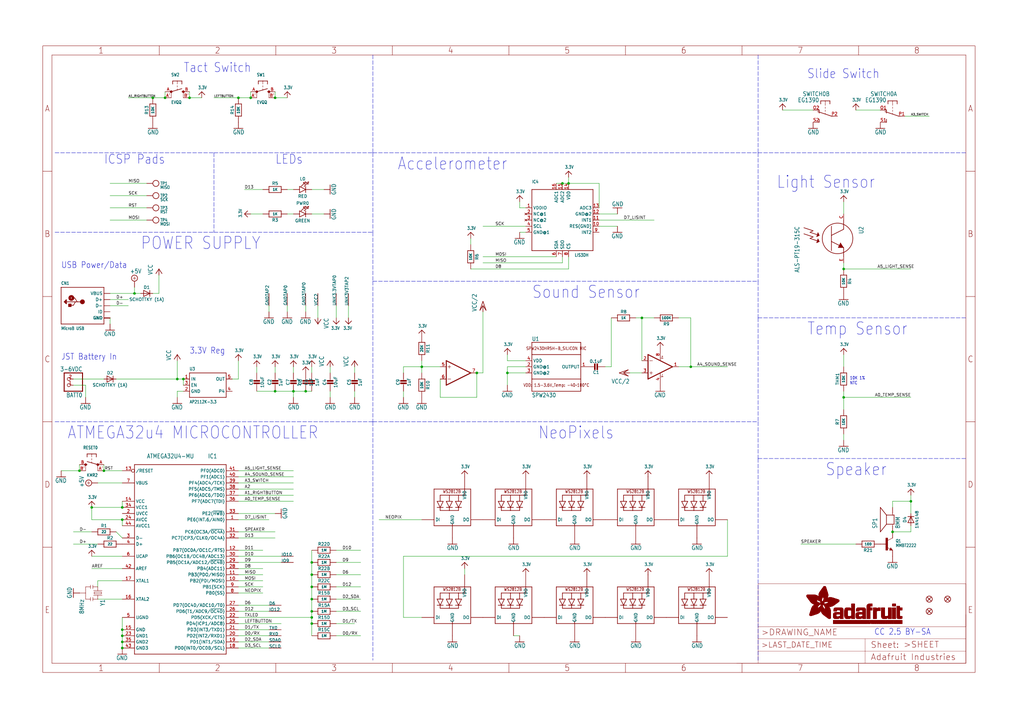
<source format=kicad_sch>
(kicad_sch (version 20211123) (generator eeschema)
  (paper "User" 425.45 299.161)
  (lib_symbols
    (symbol "eagleSchem-eagle-import:+5V" (power)
      (property "Value" "+5V" (at -1.905 3.175 0))
      (symbol "+5V_1_0"
        (pin power_in line (at 0 -2.54 90) (length 2.54) (name "+5V") (number "1"))
      )
    )
    (symbol "eagleSchem-eagle-import:3.3V" (power)
      (property "Value" "3.3V" (at -1.524 1.016 0))
      (symbol "3.3V_1_0"
        (pin power_in line (at 0 -2.54 90) (length 2.54) (name "3.3V") (number "1"))
      )
    )
    (symbol "eagleSchem-eagle-import:ACCEL_LIS3DHTR"
      (property "Reference" "U" (at -12.7 15.24 0))
      (property "Value" "ACCEL_LIS3DHTR" (at 5.08 -15.24 0))
      (symbol "ACCEL_LIS3DHTR_1_0"
        (pin power_in line (at -15.24 5.08 0) (length 2.54) (name "VDDIO") (number "1"))
        (pin bidirectional line (at 15.24 -2.54 180) (length 2.54) (name "RES(GND)") (number "10"))
        (pin output line (at 15.24 0 180) (length 2.54) (name "INT1") (number "11"))
        (pin power_in line (at 15.24 2.54 180) (length 2.54) (name "GND@2") (number "12"))
        (pin input line (at 15.24 5.08 180) (length 2.54) (name "ADC3") (number "13"))
        (pin power_in line (at 2.54 15.24 270) (length 2.54) (name "VDD") (number "14"))
        (pin input line (at 0 15.24 270) (length 2.54) (name "ADC2") (number "15"))
        (pin input line (at -2.54 15.24 270) (length 2.54) (name "ADC1") (number "16"))
        (pin no_connect line (at -15.24 2.54 0) (length 2.54) (name "NC@1") (number "2"))
        (pin no_connect line (at -15.24 0 0) (length 2.54) (name "NC@2") (number "3"))
        (pin bidirectional line (at -15.24 -2.54 0) (length 2.54) (name "SCL") (number "4"))
        (pin power_in line (at -15.24 -5.08 0) (length 2.54) (name "GND@1") (number "5"))
        (pin bidirectional line (at -2.54 -15.24 90) (length 2.54) (name "SDA") (number "6"))
        (pin bidirectional line (at 0 -15.24 90) (length 2.54) (name "SDO") (number "7"))
        (pin input line (at 2.54 -15.24 90) (length 2.54) (name "CS") (number "8"))
        (pin output line (at 15.24 -5.08 180) (length 2.54) (name "INT2") (number "9"))
      )
    )
    (symbol "eagleSchem-eagle-import:ATMEGA32U4-MU"
      (property "Reference" "IC" (at -17.78 -38.1 0))
      (property "Value" "ATMEGA32U4-MU" (at -5.08 45.72 0))
      (symbol "ATMEGA32U4-MU_1_0"
        (pin bidirectional line (at 25.4 22.86 180) (length 5.08) (name "PE6(INT.6/AIN0)") (number "1"))
        (pin bidirectional line (at 25.4 -2.54 180) (length 5.08) (name "PB2(PDI/MOSI)") (number "10"))
        (pin bidirectional line (at 25.4 0 180) (length 5.08) (name "PB3(PDO/MISO)") (number "11"))
        (pin bidirectional line (at 25.4 10.16 180) (length 5.08) (name "PB7(OC0A/OC1C/RTS)") (number "12"))
        (pin bidirectional inverted (at -22.86 43.18 0) (length 5.08) (name "/RESET") (number "13"))
        (pin bidirectional line (at -22.86 30.48 0) (length 5.08) (name "VCC") (number "14"))
        (pin bidirectional line (at -22.86 -22.86 0) (length 5.08) (name "GND") (number "15"))
        (pin bidirectional line (at -22.86 -10.16 0) (length 5.08) (name "XTAL2") (number "16"))
        (pin bidirectional line (at -22.86 -2.54 0) (length 5.08) (name "XTAL1") (number "17"))
        (pin bidirectional line (at 25.4 -30.48 180) (length 5.08) (name "PD0(INT0/OC0B/SCL)") (number "18"))
        (pin bidirectional line (at 25.4 -27.94 180) (length 5.08) (name "PD1(INT1/SDA)") (number "19"))
        (pin bidirectional line (at -22.86 25.4 0) (length 5.08) (name "UVCC") (number "2"))
        (pin bidirectional line (at 25.4 -25.4 180) (length 5.08) (name "PD2(INT2/RXD1)") (number "20"))
        (pin bidirectional line (at 25.4 -22.86 180) (length 5.08) (name "PD3(INT3/TXD1)") (number "21"))
        (pin bidirectional line (at 25.4 -17.78 180) (length 5.08) (name "PD5(XCK/CTS)") (number "22"))
        (pin bidirectional line (at -22.86 -25.4 0) (length 5.08) (name "GND1") (number "23"))
        (pin bidirectional line (at -22.86 22.86 0) (length 5.08) (name "AVCC") (number "24"))
        (pin bidirectional line (at 25.4 -20.32 180) (length 5.08) (name "PD4(ICP1/ADC8)") (number "25"))
        (pin bidirectional line (at 25.4 -15.24 180) (length 5.08) (name "PD6(T1/ADC9/~{OC4D})") (number "26"))
        (pin bidirectional line (at 25.4 -12.7 180) (length 5.08) (name "PD7(OC4D/ADC10/T0)") (number "27"))
        (pin bidirectional line (at 25.4 2.54 180) (length 5.08) (name "PB4(ADC11)") (number "28"))
        (pin bidirectional line (at 25.4 5.08 180) (length 5.08) (name "PB5(OC1A/ADC12/~{OC4B})") (number "29"))
        (pin bidirectional line (at -22.86 15.24 0) (length 5.08) (name "D-") (number "3"))
        (pin bidirectional line (at 25.4 7.62 180) (length 5.08) (name "PB6(OC1B/OC4B/ADC13)") (number "30"))
        (pin bidirectional line (at 25.4 17.78 180) (length 5.08) (name "PC6(OC3A/~{OC4A})") (number "31"))
        (pin bidirectional line (at 25.4 15.24 180) (length 5.08) (name "PC7(ICP3/CLK0/OC4A)") (number "32"))
        (pin bidirectional line (at 25.4 25.4 180) (length 5.08) (name "PE2(~{HWB})") (number "33"))
        (pin bidirectional line (at -22.86 27.94 0) (length 5.08) (name "VCC1") (number "34"))
        (pin bidirectional line (at -22.86 -27.94 0) (length 5.08) (name "GND2") (number "35"))
        (pin bidirectional line (at 25.4 30.48 180) (length 5.08) (name "PF7(ADC7(TDI)") (number "36"))
        (pin bidirectional line (at 25.4 33.02 180) (length 5.08) (name "PF6(ADC6/TDO)") (number "37"))
        (pin bidirectional line (at 25.4 35.56 180) (length 5.08) (name "PF5(ADC5/TMS)") (number "38"))
        (pin bidirectional line (at 25.4 38.1 180) (length 5.08) (name "PF4(ADC4/TCK)") (number "39"))
        (pin bidirectional line (at -22.86 12.7 0) (length 5.08) (name "D+") (number "4"))
        (pin bidirectional line (at 25.4 40.64 180) (length 5.08) (name "PF1(ADC1)") (number "40"))
        (pin bidirectional line (at 25.4 43.18 180) (length 5.08) (name "PF0(ADC0)") (number "41"))
        (pin bidirectional line (at -22.86 2.54 0) (length 5.08) (name "AREF") (number "42"))
        (pin bidirectional line (at -22.86 -30.48 0) (length 5.08) (name "GND3") (number "43"))
        (pin bidirectional line (at -22.86 20.32 0) (length 5.08) (name "AVCC1") (number "44"))
        (pin bidirectional line (at -22.86 -17.78 0) (length 5.08) (name "UGND") (number "5"))
        (pin bidirectional line (at -22.86 7.62 0) (length 5.08) (name "UCAP") (number "6"))
        (pin bidirectional line (at -22.86 38.1 0) (length 5.08) (name "VBUS") (number "7"))
        (pin bidirectional line (at 25.4 -7.62 180) (length 5.08) (name "PB0(SS)") (number "8"))
        (pin bidirectional line (at 25.4 -5.08 180) (length 5.08) (name "PB1(SCK)") (number "9"))
      )
    )
    (symbol "eagleSchem-eagle-import:CAP_CERAMIC0603_NO"
      (property "Reference" "C" (at -2.29 1.25 90))
      (property "Value" "CAP_CERAMIC0603_NO" (at 2.3 1.25 90))
      (symbol "CAP_CERAMIC0603_NO_1_0"
        (pin passive line (at 0 5.08 270) (length 2.54) (name "1") (number "1"))
        (pin passive line (at 0 -2.54 90) (length 2.54) (name "2") (number "2"))
      )
    )
    (symbol "eagleSchem-eagle-import:CAP_CERAMIC0805-NOOUTLINE"
      (property "Reference" "C" (at -2.29 1.25 90))
      (property "Value" "CAP_CERAMIC0805-NOOUTLINE" (at 2.3 1.25 90))
      (symbol "CAP_CERAMIC0805-NOOUTLINE_1_0"
        (pin passive line (at 0 5.08 270) (length 2.54) (name "1") (number "1"))
        (pin passive line (at 0 -2.54 90) (length 2.54) (name "2") (number "2"))
      )
    )
    (symbol "eagleSchem-eagle-import:CON_JST_PH_2PIN"
      (property "Reference" "X" (at -6.35 5.715 0))
      (property "Value" "CON_JST_PH_2PIN" (at -6.35 -5.08 0))
      (symbol "CON_JST_PH_2PIN_1_0"
        (pin passive inverted (at -2.54 2.54 0) (length 2.54) (name "1") (number "1"))
        (pin passive inverted (at -2.54 0 0) (length 2.54) (name "2") (number "2"))
      )
    )
    (symbol "eagleSchem-eagle-import:DIODESOD-123"
      (property "Reference" "D" (at 0 2.54 0))
      (property "Value" "DIODESOD-123" (at 0 -2.5 0))
      (symbol "DIODESOD-123_1_0"
        (pin passive line (at -2.54 0 0) (length 2.54) (name "A") (number "A"))
        (pin passive line (at 2.54 0 180) (length 2.54) (name "C") (number "C"))
      )
    )
    (symbol "eagleSchem-eagle-import:DIODESOD-323"
      (property "Reference" "D" (at 0 2.54 0))
      (property "Value" "DIODESOD-323" (at 0 -2.5 0))
      (symbol "DIODESOD-323_1_0"
        (pin passive line (at -2.54 0 0) (length 2.54) (name "A") (number "A"))
        (pin passive line (at 2.54 0 180) (length 2.54) (name "C") (number "C"))
      )
    )
    (symbol "eagleSchem-eagle-import:DPDT-EG1390"
      (property "Reference" "SW" (at -8.255 -1.905 90))
      (property "Value" "DPDT-EG1390" (at -5.715 2.54 90))
      (symbol "DPDT-EG1390_1_0"
        (pin passive line (at -2.54 5.08 270) (length 2.54) (name "O") (number "O1"))
        (pin passive line (at 0 -5.08 90) (length 2.54) (name "P") (number "P1"))
        (pin passive line (at 2.54 5.08 270) (length 2.54) (name "S") (number "S1"))
      )
      (symbol "DPDT-EG1390_2_0"
        (pin passive line (at -2.54 5.08 270) (length 2.54) (name "O") (number "O2"))
        (pin passive line (at 0 -5.08 90) (length 2.54) (name "P") (number "P2"))
        (pin passive line (at 2.54 5.08 270) (length 2.54) (name "S") (number "S2"))
      )
    )
    (symbol "eagleSchem-eagle-import:FIDUCIAL{dblquote}{dblquote}")
    (symbol "eagleSchem-eagle-import:FRAME_A3_ADAFRUIT"
      (symbol "FRAME_A3_ADAFRUIT_1_0"
        (text "1" (at 24.2094 1.905 0) (effects (font (size 2.54 2.286))))
        (text "1" (at 24.2094 258.445 0) (effects (font (size 2.54 2.286))))
        (text "2" (at 72.6281 1.905 0) (effects (font (size 2.54 2.286))))
        (text "2" (at 72.6281 258.445 0) (effects (font (size 2.54 2.286))))
        (text "3" (at 121.0469 1.905 0) (effects (font (size 2.54 2.286))))
        (text "3" (at 121.0469 258.445 0) (effects (font (size 2.54 2.286))))
        (text "4" (at 169.4656 1.905 0) (effects (font (size 2.54 2.286))))
        (text "4" (at 169.4656 258.445 0) (effects (font (size 2.54 2.286))))
        (text "5" (at 217.8844 1.905 0) (effects (font (size 2.54 2.286))))
        (text "5" (at 217.8844 258.445 0) (effects (font (size 2.54 2.286))))
        (text "6" (at 266.3031 1.905 0) (effects (font (size 2.54 2.286))))
        (text "6" (at 266.3031 258.445 0) (effects (font (size 2.54 2.286))))
        (text "7" (at 314.7219 1.905 0) (effects (font (size 2.54 2.286))))
        (text "7" (at 314.7219 258.445 0) (effects (font (size 2.54 2.286))))
        (text "8" (at 363.1406 1.905 0) (effects (font (size 2.54 2.286))))
        (text "8" (at 363.1406 258.445 0) (effects (font (size 2.54 2.286))))
        (text ">DRAWING_NAME" (at 298.45 15.24 0) (effects (font (size 2.54 2.54)) (justify left bottom)))
        (text ">LAST_DATE_TIME" (at 298.45 10.16 0) (effects (font (size 2.286 2.286)) (justify left bottom)))
        (text ">SHEET" (at 357.505 10.16 0) (effects (font (size 2.54 2.54)) (justify left bottom)))
        (text "A" (at 1.905 234.315 0) (effects (font (size 2.54 2.286))))
        (text "A" (at 385.445 234.315 0) (effects (font (size 2.54 2.286))))
        (text "Adafruit Industries" (at 343.916 4.953 0) (effects (font (size 2.54 2.54)) (justify left bottom)))
        (text "B" (at 1.905 182.245 0) (effects (font (size 2.54 2.286))))
        (text "B" (at 385.445 182.245 0) (effects (font (size 2.54 2.286))))
        (text "C" (at 1.905 130.175 0) (effects (font (size 2.54 2.286))))
        (text "C" (at 385.445 130.175 0) (effects (font (size 2.54 2.286))))
        (text "D" (at 1.905 78.105 0) (effects (font (size 2.54 2.286))))
        (text "D" (at 385.445 78.105 0) (effects (font (size 2.54 2.286))))
        (text "E" (at 1.905 26.035 0) (effects (font (size 2.54 2.286))))
        (text "E" (at 385.445 26.035 0) (effects (font (size 2.54 2.286))))
        (text "Sheet:" (at 343.916 10.033 0) (effects (font (size 2.54 2.54)) (justify left bottom)))
      )
    )
    (symbol "eagleSchem-eagle-import:GND" (power)
      (property "Value" "GND" (at -2.54 -2.54 0))
      (symbol "GND_1_0"
        (pin power_in line (at 0 2.54 270) (length 2.54) (name "GND") (number "1"))
      )
    )
    (symbol "eagleSchem-eagle-import:LED0805_NOOUTLINE"
      (property "Reference" "D" (at -1.27 4.445 0))
      (property "Value" "LED0805_NOOUTLINE" (at -1.27 -2.794 0))
      (symbol "LED0805_NOOUTLINE_1_0"
        (pin passive line (at -5.08 0 0) (length 2.54) (name "A") (number "A"))
        (pin passive line (at 2.54 0 180) (length 2.54) (name "C") (number "C"))
      )
    )
    (symbol "eagleSchem-eagle-import:LIGHT_ALS-PT19-315C"
      (property "Reference" "U" (at 8.89 5.08 90))
      (property "Value" "LIGHT_ALS-PT19-315C" (at -17.78 5.08 90))
      (symbol "LIGHT_ALS-PT19-315C_1_0"
        (pin bidirectional line (at 2.54 10.16 270) (length 2.54) (name "C") (number "C"))
        (pin bidirectional line (at 2.54 -10.16 90) (length 2.54) (name "E") (number "E"))
      )
    )
    (symbol "eagleSchem-eagle-import:LMV358?MM"
      (symbol "LMV358?MM_1_0"
        (pin output line (at 7.62 0 180) (length 2.54) (name "OUT") (number "1"))
        (pin input line (at -7.62 -2.54 0) (length 2.54) (name "-IN") (number "2"))
        (pin input line (at -7.62 2.54 0) (length 2.54) (name "+IN") (number "3"))
      )
      (symbol "LMV358?MM_2_0"
        (pin input line (at -7.62 2.54 0) (length 2.54) (name "+IN") (number "5"))
        (pin input line (at -7.62 -2.54 0) (length 2.54) (name "-IN") (number "6"))
        (pin output line (at 7.62 0 180) (length 2.54) (name "OUT") (number "7"))
      )
      (symbol "LMV358?MM_3_0"
        (text "V+" (at 1.27 3.175 900) (effects (font (size 0.8128 0.6908)) (justify left bottom)))
        (text "V-" (at 1.27 -4.445 900) (effects (font (size 0.8128 0.6908)) (justify left bottom)))
        (pin power_in line (at 0 -7.62 90) (length 5.08) (name "V-") (number "4"))
        (pin power_in line (at 0 7.62 270) (length 5.08) (name "V+") (number "8"))
      )
    )
    (symbol "eagleSchem-eagle-import:RESISTOR_0402"
      (property "Reference" "R" (at 0 2.54 0))
      (property "Value" "RESISTOR_0402" (at 0 0 0))
      (symbol "RESISTOR_0402_1_0"
        (pin passive line (at -5.08 0 0) (length 2.54) (name "1") (number "1"))
        (pin passive line (at 5.08 0 180) (length 2.54) (name "2") (number "2"))
      )
    )
    (symbol "eagleSchem-eagle-import:RESISTOR_0603_NOOUT"
      (property "Reference" "R" (at 0 2.54 0))
      (property "Value" "RESISTOR_0603_NOOUT" (at 0 0 0))
      (symbol "RESISTOR_0603_NOOUT_1_0"
        (pin passive line (at -5.08 0 0) (length 2.54) (name "1") (number "1"))
        (pin passive line (at 5.08 0 180) (length 2.54) (name "2") (number "2"))
      )
    )
    (symbol "eagleSchem-eagle-import:RESISTOR_4PACK_NO"
      (property "Reference" "R" (at 0 2.54 0))
      (property "Value" "RESISTOR_4PACK_NO" (at 0 0 0))
      (symbol "RESISTOR_4PACK_NO_1_0"
        (pin passive line (at -5.08 0 0) (length 2.54) (name "1") (number "1"))
        (pin passive line (at 5.08 0 180) (length 2.54) (name "2") (number "8"))
      )
      (symbol "RESISTOR_4PACK_NO_2_0"
        (pin passive line (at -5.08 0 0) (length 2.54) (name "1") (number "2"))
        (pin passive line (at 5.08 0 180) (length 2.54) (name "2") (number "7"))
      )
      (symbol "RESISTOR_4PACK_NO_3_0"
        (pin passive line (at -5.08 0 0) (length 2.54) (name "1") (number "3"))
        (pin passive line (at 5.08 0 180) (length 2.54) (name "2") (number "6"))
      )
      (symbol "RESISTOR_4PACK_NO_4_0"
        (pin passive line (at -5.08 0 0) (length 2.54) (name "1") (number "4"))
        (pin passive line (at 5.08 0 180) (length 2.54) (name "2") (number "5"))
      )
    )
    (symbol "eagleSchem-eagle-import:RESONATORSMD"
      (property "Reference" "Y" (at 2.54 1.016 0))
      (property "Value" "RESONATORSMD" (at 2.54 -7.62 0))
      (symbol "RESONATORSMD_1_0"
        (pin passive line (at -2.54 0 0) (length 0) (name "1") (number "1"))
        (pin passive line (at 0 -7.62 90) (length 0) (name "2") (number "2"))
        (pin passive line (at 2.54 0 180) (length 0) (name "3") (number "3"))
      )
    )
    (symbol "eagleSchem-eagle-import:SEWTAP-ALLIGATOR"
      (property "Reference" "TP" (at 0 0 0))
      (symbol "SEWTAP-ALLIGATOR_1_0"
        (pin bidirectional line (at 0 0 0) (length 5.08) (name "SEW") (number "P$1"))
      )
    )
    (symbol "eagleSchem-eagle-import:SPEAKER_BUZZER5MM"
      (property "Reference" "SP" (at -3.81 6.35 0))
      (property "Value" "SPEAKER_BUZZER5MM" (at -3.81 -3.175 0))
      (symbol "SPEAKER_BUZZER5MM_1_0"
        (pin passive line (at -5.08 0 0) (length 2.54) (name "+") (number "+"))
        (pin passive line (at 5.08 0 180) (length 2.54) (name "-") (number "-"))
      )
    )
    (symbol "eagleSchem-eagle-import:SPW2430HR5H-B"
      (property "Reference" "U" (at -10.16 10.668 0))
      (property "Value" "SPW2430HR5H-B" (at -10.16 -12.7 0))
      (symbol "SPW2430HR5H-B_1_0"
        (text "SPW2430HR5H-B_SILICON MIC" (at 0 7.62 0) (effects (font (size 1.27 1.0795))))
        (text "VDD: 1.5-3.6V_Temp: -40~100°C" (at 0 -7.62 0) (effects (font (size 1.27 1.0795))))
        (pin output line (at 12.7 0 180) (length 2.54) (name "OUTPUT") (number "1"))
        (pin power_in line (at -12.7 0 0) (length 2.54) (name "GND@1") (number "2"))
        (pin power_in line (at -12.7 -2.54 0) (length 2.54) (name "GND@2") (number "3"))
        (pin power_in line (at -12.7 2.54 0) (length 2.54) (name "VDD") (number "4"))
      )
    )
    (symbol "eagleSchem-eagle-import:SWITCH_TACT_SMT4.6X2.8"
      (property "Reference" "SW" (at -2.54 6.35 0))
      (property "Value" "SWITCH_TACT_SMT4.6X2.8" (at -2.54 -5.08 0))
      (symbol "SWITCH_TACT_SMT4.6X2.8_1_0"
        (pin passive line (at -5.08 0 0) (length 2.54) (name "P") (number "A"))
        (pin passive line (at -5.08 -2.54 0) (length 2.54) (name "P1") (number "A'"))
        (pin passive line (at 5.08 0 180) (length 2.54) (name "S") (number "B"))
        (pin passive line (at 5.08 -2.54 180) (length 2.54) (name "S1") (number "B'"))
      )
    )
    (symbol "eagleSchem-eagle-import:SWITCH_TACT_SMT_EVQQ2_SMALL"
      (property "Reference" "SW" (at -2.54 6.35 0))
      (property "Value" "SWITCH_TACT_SMT_EVQQ2_SMALL" (at -2.54 -5.08 0))
      (symbol "SWITCH_TACT_SMT_EVQQ2_SMALL_1_0"
        (pin passive line (at -5.08 0 0) (length 2.54) (name "P") (number "A"))
        (pin passive line (at -5.08 -2.54 0) (length 2.54) (name "P1") (number "A'"))
        (pin passive line (at 5.08 0 180) (length 2.54) (name "S") (number "B"))
        (pin passive line (at 5.08 -2.54 180) (length 2.54) (name "S1") (number "B'"))
      )
    )
    (symbol "eagleSchem-eagle-import:TESTPOINTROUND1.5MM"
      (property "Reference" "TP" (at 0 5.588 90))
      (property "Value" "TESTPOINTROUND1.5MM" (at 1.651 5.588 90))
      (symbol "TESTPOINTROUND1.5MM_1_0"
        (pin bidirectional line (at 0 0 90) (length 2.54) (name "P$1") (number "P$1"))
      )
    )
    (symbol "eagleSchem-eagle-import:TRANSISTOR_NPNWIDE"
      (property "Reference" "Q" (at 1.27 0.635 0))
      (property "Value" "TRANSISTOR_NPNWIDE" (at 1.27 -1.27 0))
      (symbol "TRANSISTOR_NPNWIDE_1_0"
        (pin passive line (at -5.08 0 0) (length 2.54) (name "B") (number "1"))
        (pin passive line (at 0 -5.08 90) (length 2.54) (name "E") (number "2"))
        (pin passive line (at 0 5.08 270) (length 2.54) (name "C") (number "3"))
      )
    )
    (symbol "eagleSchem-eagle-import:USB_MICRO_20329_V2"
      (property "Reference" "X" (at -10.16 8.636 0))
      (property "Value" "USB_MICRO_20329_V2" (at -10.16 -10.16 0))
      (symbol "USB_MICRO_20329_V2_1_0"
        (pin power_in line (at 10.16 -5.08 180) (length 2.54) (name "GND") (number "BASE@1"))
        (pin power_in line (at 10.16 -5.08 180) (length 2.54) (name "GND") (number "BASE@2"))
        (pin bidirectional line (at 10.16 2.54 180) (length 2.54) (name "D+") (number "D+"))
        (pin bidirectional line (at 10.16 0 180) (length 2.54) (name "D-") (number "D-"))
        (pin power_in line (at 10.16 -5.08 180) (length 2.54) (name "GND") (number "GND"))
        (pin bidirectional line (at 10.16 -2.54 180) (length 2.54) (name "ID") (number "ID"))
        (pin power_in line (at 10.16 -5.08 180) (length 2.54) (name "GND") (number "SPRT@1"))
        (pin power_in line (at 10.16 -5.08 180) (length 2.54) (name "GND") (number "SPRT@2"))
        (pin power_in line (at 10.16 -5.08 180) (length 2.54) (name "GND") (number "SPRT@3"))
        (pin power_in line (at 10.16 -5.08 180) (length 2.54) (name "GND") (number "SPRT@4"))
        (pin power_in line (at 10.16 5.08 180) (length 2.54) (name "VBUS") (number "VBUS"))
      )
    )
    (symbol "eagleSchem-eagle-import:VCC" (power)
      (property "Value" "VCC" (at -2.54 -2.54 90))
      (symbol "VCC_1_0"
        (pin power_in line (at 0 -2.54 90) (length 2.54) (name "VCC") (number "1"))
      )
    )
    (symbol "eagleSchem-eagle-import:VCC{slash}2" (power)
      (property "Value" "VCC{slash}2" (at -2.54 -2.54 90))
      (symbol "VCC{slash}2_1_0"
        (pin power_in line (at 0 -2.54 90) (length 2.54) (name "VCC/2") (number "1"))
      )
    )
    (symbol "eagleSchem-eagle-import:VREG_SOT23-5"
      (property "Reference" "U" (at -7.62 6.096 0))
      (property "Value" "VREG_SOT23-5" (at -7.62 -7.62 0))
      (symbol "VREG_SOT23-5_1_0"
        (pin power_in line (at -10.16 2.54 0) (length 2.54) (name "IN") (number "1"))
        (pin power_in line (at -10.16 -2.54 0) (length 2.54) (name "GND") (number "2"))
        (pin input line (at -10.16 0 0) (length 2.54) (name "EN") (number "3"))
        (pin bidirectional line (at 10.16 -2.54 180) (length 2.54) (name "P4") (number "4"))
        (pin power_in line (at 10.16 2.54 180) (length 2.54) (name "OUT") (number "5"))
      )
    )
    (symbol "eagleSchem-eagle-import:WS2812B3535"
      (symbol "WS2812B3535_1_0"
        (text "WS2812B" (at -4.064 8.382 0) (effects (font (size 1.27 1.0795)) (justify left bottom)))
        (pin input line (at -12.7 -2.54 0) (length 5.08) (name "DI") (number "1"))
        (pin power_in line (at 5.08 15.24 270) (length 5.08) (name "VDD") (number "2"))
        (pin output line (at 12.7 -2.54 180) (length 5.08) (name "DO") (number "3"))
        (pin power_in line (at 0 -10.16 90) (length 5.08) (name "GND") (number "4"))
      )
    )
  )
  (junction (at 78.74 40.64))
  (junction (at 121.92 162.56))
  (junction (at 50.8 215.9))
  (junction (at 129.54 256.54))
  (junction (at 99.06 40.64))
  (junction (at 287.02 152.4))
  (junction (at 68.58 40.64))
  (junction (at 50.8 266.7))
  (junction (at 198.12 154.94))
  (junction (at 129.54 238.76))
  (junction (at 378.46 208.28))
  (junction (at 129.54 254))
  (junction (at 175.26 152.4))
  (junction (at 370.84 220.98))
  (junction (at 233.68 76.2))
  (junction (at 127 162.56))
  (junction (at 129.54 259.08))
  (junction (at 73.66 157.48))
  (junction (at 114.3 162.56))
  (junction (at 38.1 210.82))
  (junction (at 55.88 121.92))
  (junction (at 114.3 40.64))
  (junction (at 129.54 233.68))
  (junction (at 210.82 154.94))
  (junction (at 129.54 243.84))
  (junction (at 63.5 40.64))
  (junction (at 50.8 264.16))
  (junction (at 50.8 210.82))
  (junction (at 350.52 111.76))
  (junction (at 236.22 76.2))
  (junction (at 43.18 195.58))
  (junction (at 129.54 248.92))
  (junction (at 50.8 261.62))
  (junction (at 50.8 269.24))
  (junction (at 104.14 40.64))
  (junction (at 266.7 132.08))
  (junction (at 33.02 195.58))
  (junction (at 76.2 157.48))
  (junction (at 350.52 165.1))
  (polyline (pts (xy 314.96 190.5) (xy 314.96 274.32)))
  (wire (pts (xy 109.22 78.74) (xy 101.6 78.74)))
  (polyline (pts (xy 22.86 175.26) (xy 154.94 175.26)))
  (wire (pts (xy 215.9 86.36) (xy 215.9 83.82)))
  (wire (pts (xy 99.06 40.64) (xy 88.9 40.64)))
  (wire (pts (xy 175.26 152.4) (xy 182.88 152.4)))
  (wire (pts (xy 248.92 76.2) (xy 236.22 76.2)))
  (wire (pts (xy 50.8 210.82) (xy 50.8 208.28)))
  (polyline (pts (xy 154.94 116.84) (xy 154.94 175.26)))
  (wire (pts (xy 350.52 165.1) (xy 378.46 165.1)))
  (wire (pts (xy 63.5 121.92) (xy 66.04 121.92)))
  (wire (pts (xy 266.7 149.86) (xy 266.7 132.08)))
  (wire (pts (xy 43.18 193.04) (xy 43.18 195.58)))
  (wire (pts (xy 50.8 248.92) (xy 40.64 248.92)))
  (wire (pts (xy 119.38 129.54) (xy 119.38 127)))
  (wire (pts (xy 147.32 162.56) (xy 147.32 165.1)))
  (wire (pts (xy 114.3 152.4) (xy 114.3 154.94)))
  (polyline (pts (xy 314.96 132.08) (xy 314.96 175.26)))
  (wire (pts (xy 73.66 162.56) (xy 76.2 162.56)))
  (wire (pts (xy 370.84 220.98) (xy 378.46 220.98)))
  (wire (pts (xy 48.26 220.98) (xy 50.8 223.52)))
  (wire (pts (xy 109.22 88.9) (xy 104.14 88.9)))
  (wire (pts (xy 99.06 264.16) (xy 111.76 264.16)))
  (wire (pts (xy 78.74 38.1) (xy 78.74 40.64)))
  (wire (pts (xy 99.06 195.58) (xy 121.92 195.58)))
  (wire (pts (xy 134.62 88.9) (xy 129.54 88.9)))
  (wire (pts (xy 215.9 96.52) (xy 218.44 96.52)))
  (wire (pts (xy 129.54 254) (xy 129.54 256.54)))
  (wire (pts (xy 99.06 215.9) (xy 111.76 215.9)))
  (polyline (pts (xy 88.9 63.5) (xy 154.94 63.5)))
  (wire (pts (xy 210.82 152.4) (xy 210.82 154.94)))
  (polyline (pts (xy 314.96 132.08) (xy 401.32 132.08)))
  (wire (pts (xy 111.76 251.46) (xy 99.06 251.46)))
  (wire (pts (xy 50.8 200.66) (xy 40.64 200.66)))
  (wire (pts (xy 129.54 243.84) (xy 129.54 248.92)))
  (wire (pts (xy 99.06 198.12) (xy 121.92 198.12)))
  (wire (pts (xy 55.88 119.38) (xy 55.88 121.92)))
  (wire (pts (xy 119.38 88.9) (xy 121.92 88.9)))
  (wire (pts (xy 355.6 45.72) (xy 365.76 45.72)))
  (wire (pts (xy 45.72 91.44) (xy 60.96 91.44)))
  (wire (pts (xy 35.56 160.02) (xy 35.56 165.1)))
  (wire (pts (xy 195.58 111.76) (xy 236.22 111.76)))
  (wire (pts (xy 231.14 106.68) (xy 200.66 106.68)))
  (wire (pts (xy 33.02 193.04) (xy 33.02 195.58)))
  (wire (pts (xy 350.52 147.32) (xy 350.52 152.4)))
  (wire (pts (xy 60.96 76.2) (xy 45.72 76.2)))
  (wire (pts (xy 167.64 165.1) (xy 167.64 162.56)))
  (wire (pts (xy 139.7 248.92) (xy 149.86 248.92)))
  (wire (pts (xy 139.7 259.08) (xy 147.32 259.08)))
  (wire (pts (xy 236.22 76.2) (xy 233.68 76.2)))
  (wire (pts (xy 68.58 38.1) (xy 68.58 40.64)))
  (wire (pts (xy 281.94 132.08) (xy 287.02 132.08)))
  (wire (pts (xy 99.06 236.22) (xy 109.22 236.22)))
  (wire (pts (xy 99.06 241.3) (xy 109.22 241.3)))
  (wire (pts (xy 287.02 152.4) (xy 302.26 152.4)))
  (wire (pts (xy 139.7 233.68) (xy 149.86 233.68)))
  (wire (pts (xy 30.48 226.06) (xy 40.64 226.06)))
  (wire (pts (xy 25.4 195.58) (xy 33.02 195.58)))
  (polyline (pts (xy 22.86 63.5) (xy 88.9 63.5)))
  (wire (pts (xy 139.7 132.08) (xy 139.7 127)))
  (wire (pts (xy 248.92 93.98) (xy 256.54 93.98)))
  (polyline (pts (xy 154.94 175.26) (xy 154.94 274.32)))
  (wire (pts (xy 370.84 208.28) (xy 378.46 208.28)))
  (wire (pts (xy 104.14 40.64) (xy 99.06 40.64)))
  (wire (pts (xy 40.64 241.3) (xy 50.8 241.3)))
  (wire (pts (xy 350.52 165.1) (xy 350.52 162.56)))
  (wire (pts (xy 58.42 121.92) (xy 55.88 121.92)))
  (wire (pts (xy 251.46 152.4) (xy 254 152.4)))
  (wire (pts (xy 175.26 149.86) (xy 175.26 152.4)))
  (polyline (pts (xy 314.96 190.5) (xy 401.32 190.5)))
  (wire (pts (xy 378.46 213.36) (xy 378.46 208.28)))
  (wire (pts (xy 38.1 210.82) (xy 50.8 210.82)))
  (wire (pts (xy 200.66 154.94) (xy 200.66 129.54)))
  (wire (pts (xy 218.44 93.98) (xy 200.66 93.98)))
  (wire (pts (xy 50.8 218.44) (xy 50.8 215.9)))
  (wire (pts (xy 139.7 264.16) (xy 149.86 264.16)))
  (wire (pts (xy 121.92 165.1) (xy 121.92 162.56)))
  (wire (pts (xy 210.82 154.94) (xy 210.82 160.02)))
  (wire (pts (xy 175.26 152.4) (xy 175.26 154.94)))
  (polyline (pts (xy 154.94 175.26) (xy 314.96 175.26)))
  (polyline (pts (xy 88.9 63.5) (xy 88.9 96.52)))
  (wire (pts (xy 99.06 205.74) (xy 121.92 205.74)))
  (wire (pts (xy 129.54 162.56) (xy 127 162.56)))
  (wire (pts (xy 99.06 223.52) (xy 114.3 223.52)))
  (wire (pts (xy 99.06 246.38) (xy 109.22 246.38)))
  (wire (pts (xy 167.64 152.4) (xy 167.64 154.94)))
  (wire (pts (xy 167.64 256.54) (xy 167.64 231.14)))
  (wire (pts (xy 198.12 165.1) (xy 198.12 154.94)))
  (wire (pts (xy 233.68 109.22) (xy 200.66 109.22)))
  (wire (pts (xy 218.44 154.94) (xy 210.82 154.94)))
  (polyline (pts (xy 314.96 63.5) (xy 401.32 63.5)))
  (wire (pts (xy 175.26 152.4) (xy 167.64 152.4)))
  (wire (pts (xy 287.02 132.08) (xy 287.02 152.4)))
  (wire (pts (xy 248.92 86.36) (xy 248.92 76.2)))
  (wire (pts (xy 350.52 182.88) (xy 350.52 180.34)))
  (wire (pts (xy 127 162.56) (xy 121.92 162.56)))
  (wire (pts (xy 175.26 215.9) (xy 157.48 215.9)))
  (wire (pts (xy 50.8 231.14) (xy 38.1 231.14)))
  (wire (pts (xy 129.54 256.54) (xy 129.54 259.08)))
  (wire (pts (xy 233.68 109.22) (xy 233.68 106.68)))
  (wire (pts (xy 139.7 228.6) (xy 149.86 228.6)))
  (wire (pts (xy 127 129.54) (xy 127 127)))
  (wire (pts (xy 254 132.08) (xy 254 152.4)))
  (wire (pts (xy 99.06 233.68) (xy 116.84 233.68)))
  (wire (pts (xy 76.2 160.02) (xy 76.2 157.48)))
  (wire (pts (xy 99.06 261.62) (xy 111.76 261.62)))
  (wire (pts (xy 248.92 88.9) (xy 256.54 88.9)))
  (wire (pts (xy 198.12 154.94) (xy 200.66 154.94)))
  (wire (pts (xy 266.7 132.08) (xy 271.78 132.08)))
  (wire (pts (xy 99.06 259.08) (xy 116.84 259.08)))
  (wire (pts (xy 147.32 154.94) (xy 147.32 152.4)))
  (wire (pts (xy 45.72 124.46) (xy 53.34 124.46)))
  (wire (pts (xy 370.84 210.82) (xy 370.84 208.28)))
  (wire (pts (xy 30.48 160.02) (xy 35.56 160.02)))
  (wire (pts (xy 350.52 111.76) (xy 350.52 109.22)))
  (wire (pts (xy 193.04 238.76) (xy 193.04 236.22)))
  (wire (pts (xy 114.3 213.36) (xy 99.06 213.36)))
  (wire (pts (xy 114.3 38.1) (xy 114.3 40.64)))
  (wire (pts (xy 218.44 149.86) (xy 210.82 149.86)))
  (wire (pts (xy 139.7 243.84) (xy 149.86 243.84)))
  (wire (pts (xy 111.76 129.54) (xy 111.76 127)))
  (wire (pts (xy 99.06 208.28) (xy 121.92 208.28)))
  (wire (pts (xy 378.46 220.98) (xy 378.46 218.44)))
  (wire (pts (xy 99.06 269.24) (xy 111.76 269.24)))
  (wire (pts (xy 106.68 152.4) (xy 106.68 154.94)))
  (wire (pts (xy 264.16 132.08) (xy 266.7 132.08)))
  (wire (pts (xy 50.8 256.54) (xy 50.8 261.62)))
  (wire (pts (xy 378.46 208.28) (xy 378.46 205.74)))
  (polyline (pts (xy 154.94 22.86) (xy 154.94 63.5)))
  (wire (pts (xy 129.54 248.92) (xy 129.54 254)))
  (wire (pts (xy 139.7 238.76) (xy 149.86 238.76)))
  (wire (pts (xy 175.26 256.54) (xy 167.64 256.54)))
  (wire (pts (xy 236.22 73.66) (xy 236.22 76.2)))
  (wire (pts (xy 78.74 40.64) (xy 83.82 40.64)))
  (wire (pts (xy 350.52 111.76) (xy 378.46 111.76)))
  (wire (pts (xy 73.66 157.48) (xy 76.2 157.48)))
  (wire (pts (xy 287.02 152.4) (xy 281.94 152.4)))
  (wire (pts (xy 182.88 165.1) (xy 198.12 165.1)))
  (wire (pts (xy 248.92 91.44) (xy 271.78 91.44)))
  (wire (pts (xy 132.08 127) (xy 132.08 132.08)))
  (wire (pts (xy 350.52 170.18) (xy 350.52 165.1)))
  (polyline (pts (xy 88.9 96.52) (xy 154.94 96.52)))
  (wire (pts (xy 195.58 101.6) (xy 195.58 99.06)))
  (wire (pts (xy 45.72 127) (xy 53.34 127)))
  (wire (pts (xy 38.1 215.9) (xy 38.1 210.82)))
  (wire (pts (xy 30.48 220.98) (xy 38.1 220.98)))
  (wire (pts (xy 99.06 238.76) (xy 109.22 238.76)))
  (polyline (pts (xy 154.94 116.84) (xy 314.96 116.84)))
  (wire (pts (xy 350.52 88.9) (xy 350.52 83.82)))
  (polyline (pts (xy 314.96 22.86) (xy 314.96 63.5)))
  (wire (pts (xy 99.06 243.84) (xy 109.22 243.84)))
  (wire (pts (xy 213.36 264.16) (xy 215.9 264.16)))
  (wire (pts (xy 50.8 215.9) (xy 38.1 215.9)))
  (polyline (pts (xy 314.96 63.5) (xy 314.96 116.84)))
  (wire (pts (xy 355.6 226.06) (xy 332.74 226.06)))
  (wire (pts (xy 99.06 256.54) (xy 129.54 256.54)))
  (wire (pts (xy 375.92 48.26) (xy 386.08 48.26)))
  (wire (pts (xy 50.8 261.62) (xy 50.8 264.16)))
  (wire (pts (xy 50.8 264.16) (xy 50.8 266.7)))
  (polyline (pts (xy 154.94 63.5) (xy 154.94 96.52)))
  (wire (pts (xy 40.64 241.3) (xy 40.64 243.84)))
  (wire (pts (xy 104.14 38.1) (xy 104.14 40.64)))
  (wire (pts (xy 99.06 231.14) (xy 116.84 231.14)))
  (wire (pts (xy 137.16 162.56) (xy 137.16 165.1)))
  (wire (pts (xy 129.54 259.08) (xy 129.54 264.16)))
  (wire (pts (xy 121.92 152.4) (xy 121.92 154.94)))
  (wire (pts (xy 218.44 152.4) (xy 210.82 152.4)))
  (wire (pts (xy 99.06 254) (xy 111.76 254)))
  (wire (pts (xy 73.66 162.56) (xy 73.66 165.1)))
  (wire (pts (xy 129.54 152.4) (xy 129.54 154.94)))
  (wire (pts (xy 99.06 220.98) (xy 114.3 220.98)))
  (wire (pts (xy 68.58 40.64) (xy 63.5 40.64)))
  (wire (pts (xy 129.54 233.68) (xy 129.54 238.76)))
  (wire (pts (xy 99.06 266.7) (xy 111.76 266.7)))
  (wire (pts (xy 129.54 228.6) (xy 129.54 233.68)))
  (wire (pts (xy 99.06 228.6) (xy 109.22 228.6)))
  (polyline (pts (xy 314.96 116.84) (xy 314.96 132.08)))
  (wire (pts (xy 45.72 121.92) (xy 55.88 121.92)))
  (polyline (pts (xy 154.94 63.5) (xy 314.96 63.5)))
  (wire (pts (xy 139.7 254) (xy 149.86 254)))
  (wire (pts (xy 114.3 40.64) (xy 119.38 40.64)))
  (wire (pts (xy 121.92 200.66) (xy 99.06 200.66)))
  (wire (pts (xy 119.38 78.74) (xy 121.92 78.74)))
  (wire (pts (xy 325.12 45.72) (xy 337.82 45.72)))
  (wire (pts (xy 30.48 157.48) (xy 43.18 157.48)))
  (wire (pts (xy 99.06 157.48) (xy 96.52 157.48)))
  (wire (pts (xy 167.64 231.14) (xy 302.26 231.14)))
  (wire (pts (xy 233.68 76.2) (xy 231.14 76.2)))
  (wire (pts (xy 63.5 40.64) (xy 53.34 40.64)))
  (wire (pts (xy 261.62 154.94) (xy 266.7 154.94)))
  (wire (pts (xy 38.1 236.22) (xy 50.8 236.22)))
  (polyline (pts (xy 22.86 96.52) (xy 88.9 96.52)))
  (wire (pts (xy 121.92 162.56) (xy 114.3 162.56)))
  (wire (pts (xy 60.96 86.36) (xy 45.72 86.36)))
  (wire (pts (xy 114.3 162.56) (xy 106.68 162.56)))
  (polyline (pts (xy 154.94 96.52) (xy 154.94 116.84)))
  (wire (pts (xy 48.26 157.48) (xy 73.66 157.48)))
  (wire (pts (xy 99.06 149.86) (xy 99.06 157.48)))
  (wire (pts (xy 73.66 157.48) (xy 73.66 149.86)))
  (wire (pts (xy 50.8 266.7) (xy 50.8 269.24)))
  (wire (pts (xy 210.82 149.86) (xy 210.82 147.32)))
  (wire (pts (xy 137.16 152.4) (xy 137.16 154.94)))
  (wire (pts (xy 144.78 132.08) (xy 144.78 127)))
  (wire (pts (xy 302.26 231.14) (xy 302.26 215.9)))
  (wire (pts (xy 182.88 157.48) (xy 182.88 165.1)))
  (wire (pts (xy 99.06 203.2) (xy 121.92 203.2)))
  (polyline (pts (xy 314.96 175.26) (xy 314.96 190.5)))
  (wire (pts (xy 218.44 86.36) (xy 215.9 86.36)))
  (wire (pts (xy 66.04 121.92) (xy 66.04 114.3)))
  (wire (pts (xy 236.22 106.68) (xy 236.22 111.76)))
  (wire (pts (xy 129.54 238.76) (xy 129.54 243.84)))
  (wire (pts (xy 50.8 195.58) (xy 43.18 195.58)))
  (wire (pts (xy 45.72 132.08) (xy 45.72 134.62)))
  (wire (pts (xy 60.96 81.28) (xy 45.72 81.28)))
  (wire (pts (xy 129.54 78.74) (xy 134.62 78.74)))
  (text "POWER SUPPLY" (at 58.42 104.14 180) (effects (font (size 5.08 4.318)) (justify left bottom)))
  (text "Temp Sensor" (at 335.28 139.7 180) (effects (font (size 5.08 4.318)) (justify left bottom)))
  (text "ICSP Pads" (at 43.18 68.58 180) (effects (font (size 3.81 3.2385)) (justify left bottom)))
  (text "10K 1%\nNTC" (at 353.06 160.02 180) (effects (font (size 1.27 1.0795)) (justify left bottom)))
  (text "Light Sensor" (at 322.58 78.74 180) (effects (font (size 5.08 4.318)) (justify left bottom)))
  (text "Accelerometer" (at 165.1 71.12 180) (effects (font (size 5.08 4.318)) (justify left bottom)))
  (text "JST Battery In" (at 25.4 149.86 180) (effects (font (size 2.54 2.159)) (justify left bottom)))
  (text "3.3V Reg" (at 78.74 147.32 180) (effects (font (size 2.54 2.159)) (justify left bottom)))
  (text "Tact Switch" (at 76.2 30.48 180) (effects (font (size 3.81 3.2385)) (justify left bottom)))
  (text "NeoPixels" (at 223.52 182.88 180) (effects (font (size 5.08 4.318)) (justify left bottom)))
  (text "ATMEGA32u4 MICROCONTROLLER" (at 27.94 182.88 180) (effects (font (size 5.08 4.318)) (justify left bottom)))
  (text "Slide Switch" (at 335.28 33.02 180) (effects (font (size 3.81 3.2385)) (justify left bottom)))
  (text "LEDs" (at 114.3 68.58 180) (effects (font (size 3.81 3.2385)) (justify left bottom)))
  (text "CC 2.5 BY-SA" (at 363.22 264.16 180) (effects (font (size 2.54 2.159)) (justify left bottom)))
  (text "USB Power/Data" (at 25.4 111.76 180) (effects (font (size 2.54 2.159)) (justify left bottom)))
  (text "Sound Sensor" (at 220.98 124.46 180) (effects (font (size 5.08 4.318)) (justify left bottom)))
  (text "Speaker" (at 342.9 198.12 180) (effects (font (size 5.08 4.318)) (justify left bottom)))
  (label "A1_RIGHTBUTTON" (at 53.34 40.64 0) (effects (font (size 0.889 0.889))))
  (label "D9" (at 101.6 233.68 0) (effects (font (size 1.2446 1.2446))))
  (label "D0/RX" (at 101.6 264.16 0) (effects (font (size 1.2446 1.2446))))
  (label "D10" (at 101.6 231.14 0) (effects (font (size 1.2446 1.2446))))
  (label "D10" (at 142.24 228.6 0) (effects (font (size 1.2446 1.2446))))
  (label "D13" (at 101.6 78.74 0) (effects (font (size 1.2446 1.2446))))
  (label "MOSI" (at 101.6 241.3 0) (effects (font (size 1.2446 1.2446))))
  (label "SPEAKER" (at 101.6 220.98 0) (effects (font (size 1.2446 1.2446))))
  (label "D1/TX" (at 101.6 261.62 0) (effects (font (size 1.2446 1.2446))))
  (label "D7_LISINT" (at 259.08 91.44 0) (effects (font (size 1.2446 1.2446))))
  (label "SCK" (at 101.6 243.84 0) (effects (font (size 1.2446 1.2446))))
  (label "A2" (at 101.6 203.2 0) (effects (font (size 1.2446 1.2446))))
  (label "LEFTBUTTON" (at 101.6 259.08 0) (effects (font (size 1.2446 1.2446))))
  (label "D-" (at 48.26 127 0) (effects (font (size 1.2446 1.2446))))
  (label "D0/RX" (at 142.24 264.16 0) (effects (font (size 1.2446 1.2446))))
  (label "MISO" (at 53.34 76.2 0) (effects (font (size 1.2446 1.2446))))
  (label "D8" (at 205.74 111.76 0) (effects (font (size 1.2446 1.2446))))
  (label "A1_RIGHTBUTTON" (at 101.6 205.74 0) (effects (font (size 1.2446 1.2446))))
  (label "AREF" (at 38.1 236.22 0) (effects (font (size 1.2446 1.2446))))
  (label "D7_LISINT" (at 101.6 215.9 0) (effects (font (size 1.2446 1.2446))))
  (label "A4_SOUND_SENSE" (at 101.6 198.12 0) (effects (font (size 1.2446 1.2446))))
  (label "D3_SCL" (at 101.6 269.24 0) (effects (font (size 1.2446 1.2446))))
  (label "D13" (at 101.6 223.52 0) (effects (font (size 1.2446 1.2446))))
  (label "D12" (at 101.6 254 0) (effects (font (size 1.2446 1.2446))))
  (label "D2_SDA" (at 142.24 248.92 0) (effects (font (size 1.2446 1.2446))))
  (label "A3_SWITCH" (at 378.46 48.26 0) (effects (font (size 0.889 0.889))))
  (label "SCK" (at 53.34 81.28 0) (effects (font (size 1.2446 1.2446))))
  (label "D2_SDA" (at 101.6 266.7 0) (effects (font (size 1.2446 1.2446))))
  (label "MOSI" (at 205.74 106.68 0) (effects (font (size 1.2446 1.2446))))
  (label "D6" (at 101.6 251.46 0) (effects (font (size 1.2446 1.2446))))
  (label "RST" (at 53.34 86.36 0) (effects (font (size 1.2446 1.2446))))
  (label "A0_TEMP_SENSE" (at 378.46 165.1 180) (effects (font (size 1.2446 1.2446))))
  (label "A5_LIGHT_SENSE" (at 364.49 111.76 0) (effects (font (size 1.2446 1.2446))))
  (label "A3_SWITCH" (at 101.6 200.66 0) (effects (font (size 1.2446 1.2446))))
  (label "MISO" (at 205.74 109.22 0) (effects (font (size 1.2446 1.2446))))
  (label "A4_SOUND_SENSE" (at 289.56 152.4 0) (effects (font (size 1.2446 1.2446))))
  (label "A5_LIGHT_SENSE" (at 101.6 195.58 0) (effects (font (size 1.2446 1.2446))))
  (label "D9" (at 142.24 233.68 0) (effects (font (size 1.2446 1.2446))))
  (label "SPEAKER" (at 332.74 226.06 0) (effects (font (size 1.2446 1.2446))))
  (label "D+" (at 48.26 124.46 0) (effects (font (size 1.2446 1.2446))))
  (label "D11" (at 101.6 228.6 0) (effects (font (size 1.2446 1.2446))))
  (label "D12" (at 142.24 243.84 0) (effects (font (size 1.2446 1.2446))))
  (label "D1/TX" (at 142.24 259.08 0) (effects (font (size 1.2446 1.2446))))
  (label "TXLED" (at 101.6 256.54 0) (effects (font (size 1.2446 1.2446))))
  (label "MISO" (at 101.6 238.76 0) (effects (font (size 1.2446 1.2446))))
  (label "NEOPIX" (at 160.02 215.9 0) (effects (font (size 1.2446 1.2446))))
  (label "RST" (at 46.99 195.58 180) (effects (font (size 1.2446 1.2446))))
  (label "SCK" (at 205.74 93.98 0) (effects (font (size 1.2446 1.2446))))
  (label "D3_SCL" (at 142.24 254 0) (effects (font (size 1.2446 1.2446))))
  (label "D6" (at 142.24 238.76 0) (effects (font (size 1.2446 1.2446))))
  (label "D8" (at 101.6 236.22 0) (effects (font (size 1.2446 1.2446))))
  (label "A0_TEMP_SENSE" (at 101.6 208.28 0) (effects (font (size 1.2446 1.2446))))
  (label "LEFTBUTTON" (at 88.9 40.64 0) (effects (font (size 0.889 0.889))))
  (label "D-" (at 33.02 220.98 0) (effects (font (size 1.2446 1.2446))))
  (label "MOSI" (at 53.34 91.44 0) (effects (font (size 1.2446 1.2446))))
  (label "NEOPIX" (at 101.6 246.38 0) (effects (font (size 1.2446 1.2446))))
  (label "D+" (at 33.02 226.06 0) (effects (font (size 1.2446 1.2446))))
  (symbol (lib_id "eagleSchem-eagle-import:3.3V") (at 83.82 38.1 0) (unit 1)
    (property "Reference" "#U$37" (effects hide))
    (property "Value" "3.3V" (at 82.296 37.084 0) (effects (font (size 1.27 1.0795)) (justify left bottom)))
    (property "Footprint" "eagleSchem:" (effects hide))
  )
  (symbol (lib_id "eagleSchem-eagle-import:CAP_CERAMIC0805-NOOUTLINE") (at 137.16 160.02 0) (unit 1)
    (property "Reference" "C4" (at 134.87 158.77 90))
    (property "Value" "10uF" (at 139.46 158.77 90))
    (property "Footprint" "eagleSchem:0805-NO" (effects hide))
  )
  (symbol (lib_id "eagleSchem-eagle-import:GND") (at 137.16 88.9 90) (unit 1)
    (property "Reference" "#GND9" (effects hide))
    (property "Value" "GND" (at 139.7 91.44 0) (effects (font (size 1.778 1.5113)) (justify left bottom)))
    (property "Footprint" "eagleSchem:" (effects hide))
  )
  (symbol (lib_id "eagleSchem-eagle-import:CAP_CERAMIC0603_NO") (at 147.32 160.02 0) (unit 1)
    (property "Reference" "C5" (at 145.03 158.77 90))
    (property "Value" "1uF" (at 149.62 158.77 90))
    (property "Footprint" "eagleSchem:0603-NO" (effects hide))
  )
  (symbol (lib_id "eagleSchem-eagle-import:VREG_SOT23-5") (at 86.36 160.02 0) (unit 1)
    (property "Reference" "U3" (at 78.74 153.924 0) (effects (font (size 1.27 1.0795)) (justify left bottom)))
    (property "Value" "AP2112K-3.3" (at 78.74 167.64 0) (effects (font (size 1.27 1.0795)) (justify left bottom)))
    (property "Footprint" "eagleSchem:SOT23-5" (effects hide))
  )
  (symbol (lib_id "eagleSchem-eagle-import:GND") (at 238.76 266.7 0) (mirror y) (unit 1)
    (property "Reference" "#GND29" (effects hide))
    (property "Value" "GND" (at 241.3 269.24 0) (effects (font (size 1.778 1.5113)) (justify left bottom)))
    (property "Footprint" "eagleSchem:" (effects hide))
  )
  (symbol (lib_id "eagleSchem-eagle-import:RESISTOR_0603_NOOUT") (at 175.26 144.78 270) (unit 1)
    (property "Reference" "R11" (at 177.8 144.78 0))
    (property "Value" "20K" (at 175.26 144.78 0) (effects (font (size 1.016 1.016) bold)))
    (property "Footprint" "eagleSchem:0603-NO" (effects hide))
  )
  (symbol (lib_id "eagleSchem-eagle-import:SEWTAP-ALLIGATOR") (at 111.76 266.7 0) (unit 1)
    (property "Reference" "SDA0" (at 111.76 266.7 0) (effects (justify left bottom)))
    (property "Value" "SEWTAP-ALLIGATOR" (effects hide))
    (property "Footprint" "eagleSchem:SEWALLI" (effects hide))
  )
  (symbol (lib_id "eagleSchem-eagle-import:GND") (at 127 132.08 0) (unit 1)
    (property "Reference" "#GND13" (effects hide))
    (property "Value" "GND" (at 124.46 134.62 0) (effects (font (size 1.778 1.5113)) (justify left bottom)))
    (property "Footprint" "eagleSchem:" (effects hide))
  )
  (symbol (lib_id "eagleSchem-eagle-import:GND") (at 167.64 167.64 0) (unit 1)
    (property "Reference" "#GND39" (effects hide))
    (property "Value" "GND" (at 165.1 170.18 0) (effects (font (size 1.778 1.5113)) (justify left bottom)))
    (property "Footprint" "eagleSchem:" (effects hide))
  )
  (symbol (lib_id "eagleSchem-eagle-import:+5V") (at 38.1 200.66 90) (unit 1)
    (property "Reference" "#V4" (effects hide))
    (property "Value" "+5V" (at 34.925 202.565 0) (effects (font (size 1.778 1.5113)) (justify left bottom)))
    (property "Footprint" "eagleSchem:" (effects hide))
  )
  (symbol (lib_id "eagleSchem-eagle-import:GND") (at 111.76 132.08 0) (unit 1)
    (property "Reference" "#GND21" (effects hide))
    (property "Value" "GND" (at 109.22 134.62 0) (effects (font (size 1.778 1.5113)) (justify left bottom)))
    (property "Footprint" "eagleSchem:" (effects hide))
  )
  (symbol (lib_id "eagleSchem-eagle-import:WS2812B3535") (at 187.96 213.36 0) (unit 1)
    (property "Reference" "LED6" (effects hide))
    (property "Value" "WS2812B3535" (effects hide))
    (property "Footprint" "eagleSchem:LED3535" (effects hide))
  )
  (symbol (lib_id "eagleSchem-eagle-import:GND") (at 238.76 226.06 0) (mirror y) (unit 1)
    (property "Reference" "#GND18" (effects hide))
    (property "Value" "GND" (at 241.3 228.6 0) (effects (font (size 1.778 1.5113)) (justify left bottom)))
    (property "Footprint" "eagleSchem:" (effects hide))
  )
  (symbol (lib_id "eagleSchem-eagle-import:3.3V") (at 210.82 144.78 0) (unit 1)
    (property "Reference" "#U$14" (effects hide))
    (property "Value" "3.3V" (at 209.296 143.764 0) (effects (font (size 1.27 1.0795)) (justify left bottom)))
    (property "Footprint" "eagleSchem:" (effects hide))
  )
  (symbol (lib_id "eagleSchem-eagle-import:WS2812B3535") (at 264.16 213.36 0) (unit 1)
    (property "Reference" "LED9" (effects hide))
    (property "Value" "WS2812B3535" (effects hide))
    (property "Footprint" "eagleSchem:LED3535" (effects hide))
  )
  (symbol (lib_id "eagleSchem-eagle-import:CAP_CERAMIC0603_NO") (at 129.54 160.02 0) (unit 1)
    (property "Reference" "C6" (at 127.25 158.77 90))
    (property "Value" "1uF" (at 131.84 158.77 90))
    (property "Footprint" "eagleSchem:0603-NO" (effects hide))
  )
  (symbol (lib_id "eagleSchem-eagle-import:3.3V") (at 99.06 147.32 0) (unit 1)
    (property "Reference" "#U$15" (effects hide))
    (property "Value" "3.3V" (at 97.536 146.304 0) (effects (font (size 1.27 1.0795)) (justify left bottom)))
    (property "Footprint" "eagleSchem:" (effects hide))
  )
  (symbol (lib_id "eagleSchem-eagle-import:GND") (at 365.76 53.34 0) (mirror y) (unit 1)
    (property "Reference" "#GND37" (effects hide))
    (property "Value" "GND" (at 368.3 55.88 0) (effects (font (size 1.778 1.5113)) (justify left bottom)))
    (property "Footprint" "eagleSchem:" (effects hide))
  )
  (symbol (lib_id "eagleSchem-eagle-import:3.3V") (at 193.04 195.58 0) (unit 1)
    (property "Reference" "#U$26" (effects hide))
    (property "Value" "3.3V" (at 191.516 194.564 0) (effects (font (size 1.27 1.0795)) (justify left bottom)))
    (property "Footprint" "eagleSchem:" (effects hide))
  )
  (symbol (lib_id "eagleSchem-eagle-import:SWITCH_TACT_SMT4.6X2.8") (at 38.1 193.04 0) (mirror y) (unit 1)
    (property "Reference" "RESET0" (at 40.64 186.69 0) (effects (font (size 1.27 1.0795)) (justify left bottom)))
    (property "Value" "KMR2" (at 40.64 198.12 0) (effects (font (size 1.27 1.0795)) (justify left bottom)))
    (property "Footprint" "eagleSchem:BTN_KMR2_4.6X2.8" (effects hide))
  )
  (symbol (lib_id "eagleSchem-eagle-import:RESISTOR_4PACK_NO") (at 134.62 243.84 0) (unit 3)
    (property "Reference" "R22" (at 134.62 241.3 0))
    (property "Value" "1M" (at 134.62 243.84 0) (effects (font (size 1.016 1.016) bold)))
    (property "Footprint" "eagleSchem:RESPACK_4X0603_NO" (effects hide))
  )
  (symbol (lib_id "eagleSchem-eagle-import:DPDT-EG1390") (at 342.9 48.26 90) (mirror x) (unit 2)
    (property "Reference" "SWITCH0" (at 344.805 40.005 90) (effects (font (size 1.778 1.5113)) (justify left bottom)))
    (property "Value" "EG1390" (at 340.36 42.545 90) (effects (font (size 1.778 1.5113)) (justify left bottom)))
    (property "Footprint" "eagleSchem:EG1390" (effects hide))
  )
  (symbol (lib_id "eagleSchem-eagle-import:SEWTAP-ALLIGATOR") (at 111.76 251.46 0) (unit 1)
    (property "Reference" "D6" (at 111.76 251.46 0) (effects (justify left bottom)))
    (property "Value" "SEWTAP-ALLIGATOR" (effects hide))
    (property "Footprint" "eagleSchem:SEWALLI" (effects hide))
  )
  (symbol (lib_id "eagleSchem-eagle-import:RESONATORSMD") (at 40.64 246.38 270) (unit 1)
    (property "Reference" "Y1" (at 41.656 248.92 0) (effects (font (size 1.778 1.5113)) (justify left bottom)))
    (property "Value" "8MHz" (at 33.02 248.92 0) (effects (font (size 1.778 1.5113)) (justify left bottom)))
    (property "Footprint" "eagleSchem:RESONATOR-SMD" (effects hide))
  )
  (symbol (lib_id "eagleSchem-eagle-import:3.3V") (at 274.32 142.24 0) (unit 1)
    (property "Reference" "#U$45" (effects hide))
    (property "Value" "3.3V" (at 272.796 141.224 0) (effects (font (size 1.27 1.0795)) (justify left bottom)))
    (property "Footprint" "eagleSchem:" (effects hide))
  )
  (symbol (lib_id "eagleSchem-eagle-import:CAP_CERAMIC0805-NOOUTLINE") (at 106.68 160.02 0) (unit 1)
    (property "Reference" "C8" (at 104.39 158.77 90))
    (property "Value" "10uF" (at 108.98 158.77 90))
    (property "Footprint" "eagleSchem:0805-NO" (effects hide))
  )
  (symbol (lib_id "eagleSchem-eagle-import:VCC{slash}2") (at 200.66 127 0) (unit 1)
    (property "Reference" "#P+4" (effects hide))
    (property "Value" "VCC{slash}2" (at 198.12 129.54 90) (effects (font (size 1.778 1.5113)) (justify left bottom)))
    (property "Footprint" "eagleSchem:" (effects hide))
  )
  (symbol (lib_id "eagleSchem-eagle-import:LMV358?MM") (at 274.32 152.4 0) (mirror x) (unit 1)
    (property "Reference" "IC2" (effects hide))
    (property "Value" "LMV358?MM" (effects hide))
    (property "Footprint" "eagleSchem:MSOP08" (effects hide))
  )
  (symbol (lib_id "eagleSchem-eagle-import:RESISTOR_4PACK_NO") (at 134.62 259.08 0) (unit 4)
    (property "Reference" "R15" (at 134.62 256.54 0))
    (property "Value" "1M" (at 134.62 259.08 0) (effects (font (size 1.016 1.016) bold)))
    (property "Footprint" "eagleSchem:RESPACK_4X0603_NO" (effects hide))
  )
  (symbol (lib_id "eagleSchem-eagle-import:TESTPOINTROUND1.5MM") (at 60.96 91.44 270) (unit 1)
    (property "Reference" "TP4" (at 66.548 91.44 90) (effects (font (size 1.27 1.0795)) (justify left)))
    (property "Value" "MOSI" (at 66.548 93.091 90) (effects (font (size 1.27 1.0795)) (justify left)))
    (property "Footprint" "eagleSchem:TESTPOINT_ROUND_1.5MM" (effects hide))
  )
  (symbol (lib_id "eagleSchem-eagle-import:LMV358?MM") (at 190.5 154.94 0) (unit 2)
    (property "Reference" "IC2" (effects hide))
    (property "Value" "LMV358?MM" (effects hide))
    (property "Footprint" "eagleSchem:MSOP08" (effects hide))
  )
  (symbol (lib_id "eagleSchem-eagle-import:WS2812B3535") (at 238.76 213.36 0) (unit 1)
    (property "Reference" "LED8" (effects hide))
    (property "Value" "WS2812B3535" (effects hide))
    (property "Footprint" "eagleSchem:LED3535" (effects hide))
  )
  (symbol (lib_id "eagleSchem-eagle-import:3.3V") (at 218.44 236.22 0) (unit 1)
    (property "Reference" "#U$9" (effects hide))
    (property "Value" "3.3V" (at 216.916 235.204 0) (effects (font (size 1.27 1.0795)) (justify left bottom)))
    (property "Footprint" "eagleSchem:" (effects hide))
  )
  (symbol (lib_id "eagleSchem-eagle-import:WS2812B3535") (at 264.16 254 0) (unit 1)
    (property "Reference" "LED4" (effects hide))
    (property "Value" "WS2812B3535" (effects hide))
    (property "Footprint" "eagleSchem:LED3535" (effects hide))
  )
  (symbol (lib_id "eagleSchem-eagle-import:SWITCH_TACT_SMT_EVQQ2_SMALL") (at 73.66 38.1 0) (unit 1)
    (property "Reference" "SW2" (at 71.12 31.75 0) (effects (font (size 1.27 1.0795)) (justify left bottom)))
    (property "Value" "EVQQ" (at 71.12 43.18 0) (effects (font (size 1.27 1.0795)) (justify left bottom)))
    (property "Footprint" "eagleSchem:EVQ-Q2_SMALLER" (effects hide))
  )
  (symbol (lib_id "eagleSchem-eagle-import:3.3V") (at 269.24 195.58 0) (unit 1)
    (property "Reference" "#U$23" (effects hide))
    (property "Value" "3.3V" (at 267.716 194.564 0) (effects (font (size 1.27 1.0795)) (justify left bottom)))
    (property "Footprint" "eagleSchem:" (effects hide))
  )
  (symbol (lib_id "eagleSchem-eagle-import:GND") (at 35.56 167.64 0) (unit 1)
    (property "Reference" "#GND11" (effects hide))
    (property "Value" "GND" (at 33.02 170.18 0) (effects (font (size 1.778 1.5113)) (justify left bottom)))
    (property "Footprint" "eagleSchem:" (effects hide))
  )
  (symbol (lib_id "eagleSchem-eagle-import:RESISTOR_4PACK_NO") (at 134.62 254 0) (unit 1)
    (property "Reference" "R15" (at 134.62 251.46 0))
    (property "Value" "1M" (at 134.62 254 0) (effects (font (size 1.016 1.016) bold)))
    (property "Footprint" "eagleSchem:RESPACK_4X0603_NO" (effects hide))
  )
  (symbol (lib_id "eagleSchem-eagle-import:SEWTAP-ALLIGATOR") (at 139.7 127 90) (unit 1)
    (property "Reference" "UNK3.3VTAP0" (at 139.7 127 0) (effects (justify left bottom)))
    (property "Value" "SEWTAP-ALLIGATOR" (effects hide))
    (property "Footprint" "eagleSchem:SEWALLI" (effects hide))
  )
  (symbol (lib_id "eagleSchem-eagle-import:GND") (at 63.5 53.34 0) (mirror y) (unit 1)
    (property "Reference" "#GND35" (effects hide))
    (property "Value" "GND" (at 66.04 55.88 0) (effects (font (size 1.778 1.5113)) (justify left bottom)))
    (property "Footprint" "eagleSchem:" (effects hide))
  )
  (symbol (lib_id "eagleSchem-eagle-import:GND") (at 30.48 246.38 270) (unit 1)
    (property "Reference" "#GND6" (effects hide))
    (property "Value" "GND" (at 27.94 243.84 0) (effects (font (size 1.778 1.5113)) (justify left bottom)))
    (property "Footprint" "eagleSchem:" (effects hide))
  )
  (symbol (lib_id "eagleSchem-eagle-import:RESISTOR_0603_NOOUT") (at 63.5 45.72 90) (unit 1)
    (property "Reference" "R13" (at 60.96 45.72 0))
    (property "Value" "10K" (at 63.5 45.72 0) (effects (font (size 1.016 1.016) bold)))
    (property "Footprint" "eagleSchem:0603-NO" (effects hide))
  )
  (symbol (lib_id "eagleSchem-eagle-import:USB_MICRO_20329_V2") (at 35.56 127 0) (unit 1)
    (property "Reference" "CN1" (at 25.4 118.364 0) (effects (font (size 1.27 1.0795)) (justify left bottom)))
    (property "Value" "MicroB USB" (at 25.4 137.16 0) (effects (font (size 1.27 1.0795)) (justify left bottom)))
    (property "Footprint" "eagleSchem:4UCONN_20329_V2" (effects hide))
  )
  (symbol (lib_id "eagleSchem-eagle-import:GND") (at 116.84 213.36 90) (mirror x) (unit 1)
    (property "Reference" "#GND3" (effects hide))
    (property "Value" "GND" (at 119.38 210.82 0) (effects (font (size 1.778 1.5113)) (justify left bottom)))
    (property "Footprint" "eagleSchem:" (effects hide))
  )
  (symbol (lib_id "eagleSchem-eagle-import:3.3V") (at 269.24 236.22 0) (unit 1)
    (property "Reference" "#U$20" (effects hide))
    (property "Value" "3.3V" (at 267.716 235.204 0) (effects (font (size 1.27 1.0795)) (justify left bottom)))
    (property "Footprint" "eagleSchem:" (effects hide))
  )
  (symbol (lib_id "eagleSchem-eagle-import:3.3V") (at 106.68 149.86 0) (unit 1)
    (property "Reference" "#U$32" (effects hide))
    (property "Value" "3.3V" (at 105.156 148.844 0) (effects (font (size 1.27 1.0795)) (justify left bottom)))
    (property "Footprint" "eagleSchem:" (effects hide))
  )
  (symbol (lib_id "eagleSchem-eagle-import:3.3V") (at 215.9 81.28 0) (unit 1)
    (property "Reference" "#U$10" (effects hide))
    (property "Value" "3.3V" (at 214.376 80.264 0) (effects (font (size 1.27 1.0795)) (justify left bottom)))
    (property "Footprint" "eagleSchem:" (effects hide))
  )
  (symbol (lib_id "eagleSchem-eagle-import:RESISTOR_4PACK_NO") (at 134.62 248.92 0) (unit 2)
    (property "Reference" "R15" (at 134.62 246.38 0))
    (property "Value" "1M" (at 134.62 248.92 0) (effects (font (size 1.016 1.016) bold)))
    (property "Footprint" "eagleSchem:RESPACK_4X0603_NO" (effects hide))
  )
  (symbol (lib_id "eagleSchem-eagle-import:FIDUCIAL{dblquote}{dblquote}") (at 393.7 248.92 0) (unit 1)
    (property "Reference" "U$6" (effects hide))
    (property "Value" "FIDUCIAL{dblquote}{dblquote}" (effects hide))
    (property "Footprint" "eagleSchem:FIDUCIAL_1MM" (effects hide))
  )
  (symbol (lib_id "eagleSchem-eagle-import:GND") (at 121.92 167.64 0) (mirror y) (unit 1)
    (property "Reference" "#GND22" (effects hide))
    (property "Value" "GND" (at 124.46 170.18 0) (effects (font (size 1.778 1.5113)) (justify left bottom)))
    (property "Footprint" "eagleSchem:" (effects hide))
  )
  (symbol (lib_id "eagleSchem-eagle-import:GND") (at 137.16 167.64 0) (mirror y) (unit 1)
    (property "Reference" "#GND23" (effects hide))
    (property "Value" "GND" (at 139.7 170.18 0) (effects (font (size 1.778 1.5113)) (justify left bottom)))
    (property "Footprint" "eagleSchem:" (effects hide))
  )
  (symbol (lib_id "eagleSchem-eagle-import:GND") (at 137.16 78.74 90) (mirror x) (unit 1)
    (property "Reference" "#GND10" (effects hide))
    (property "Value" "GND" (at 139.7 76.2 0) (effects (font (size 1.778 1.5113)) (justify left bottom)))
    (property "Footprint" "eagleSchem:" (effects hide))
  )
  (symbol (lib_id "eagleSchem-eagle-import:RESISTOR_0603_NOOUT") (at 175.26 160.02 270) (unit 1)
    (property "Reference" "R10" (at 177.8 160.02 0))
    (property "Value" "10K" (at 175.26 160.02 0) (effects (font (size 1.016 1.016) bold)))
    (property "Footprint" "eagleSchem:0603-NO" (effects hide))
  )
  (symbol (lib_id "eagleSchem-eagle-import:3.3V") (at 175.26 137.16 0) (unit 1)
    (property "Reference" "#U$31" (effects hide))
    (property "Value" "3.3V" (at 173.736 136.144 0) (effects (font (size 1.27 1.0795)) (justify left bottom)))
    (property "Footprint" "eagleSchem:" (effects hide))
  )
  (symbol (lib_id "eagleSchem-eagle-import:LIGHT_ALS-PT19-315C") (at 347.98 99.06 0) (unit 1)
    (property "Reference" "U2" (at 356.87 93.98 90) (effects (font (size 1.778 1.5113)) (justify right top)))
    (property "Value" "ALS-PT19-315C" (at 330.2 93.98 90) (effects (font (size 1.778 1.5113)) (justify right top)))
    (property "Footprint" "eagleSchem:ALS-PT19-315C" (effects hide))
  )
  (symbol (lib_id "eagleSchem-eagle-import:GND") (at 274.32 162.56 0) (unit 1)
    (property "Reference" "#GND40" (effects hide))
    (property "Value" "GND" (at 271.78 165.1 0) (effects (font (size 1.778 1.5113)) (justify left bottom)))
    (property "Footprint" "eagleSchem:" (effects hide))
  )
  (symbol (lib_id "eagleSchem-eagle-import:SEWTAP-ALLIGATOR") (at 132.08 127 90) (unit 1)
    (property "Reference" "VCC2" (at 132.08 127 0) (effects (justify left bottom)))
    (property "Value" "SEWTAP-ALLIGATOR" (effects hide))
    (property "Footprint" "eagleSchem:SEWALLI" (effects hide))
  )
  (symbol (lib_id "eagleSchem-eagle-import:GND") (at 256.54 86.36 180) (unit 1)
    (property "Reference" "#GND15" (effects hide))
    (property "Value" "GND" (at 259.08 83.82 0) (effects (font (size 1.778 1.5113)) (justify left bottom)))
    (property "Footprint" "eagleSchem:" (effects hide))
  )
  (symbol (lib_id "eagleSchem-eagle-import:GND") (at 119.38 132.08 0) (unit 1)
    (property "Reference" "#GND14" (effects hide))
    (property "Value" "GND" (at 116.84 134.62 0) (effects (font (size 1.778 1.5113)) (justify left bottom)))
    (property "Footprint" "eagleSchem:" (effects hide))
  )
  (symbol (lib_id "eagleSchem-eagle-import:FIDUCIAL{dblquote}{dblquote}") (at 386.08 254 0) (unit 1)
    (property "Reference" "U$3" (effects hide))
    (property "Value" "FIDUCIAL{dblquote}{dblquote}" (effects hide))
    (property "Footprint" "eagleSchem:FIDUCIAL_1MM" (effects hide))
    (property "Value" "FIDUCIAL{dblquote}{dblquote}" (effects hide))
  )
  (symbol (lib_id "eagleSchem-eagle-import:3.3V") (at 129.54 149.86 0) (unit 1)
    (property "Reference" "#U$12" (effects hide))
    (property "Value" "3.3V" (at 128.016 148.844 0) (effects (font (size 1.27 1.0795)) (justify left bottom)))
    (property "Footprint" "eagleSchem:" (effects hide))
  )
  (symbol (lib_id "eagleSchem-eagle-import:VCC") (at 132.08 134.62 180) (unit 1)
    (property "Reference" "#P+2" (effects hide))
    (property "Value" "VCC" (at 134.62 132.08 90) (effects (font (size 1.778 1.5113)) (justify left bottom)))
    (property "Footprint" "eagleSchem:" (effects hide))
  )
  (symbol (lib_id "eagleSchem-eagle-import:3.3V") (at 193.04 233.68 0) (unit 1)
    (property "Reference" "#U$18" (effects hide))
    (property "Value" "3.3V" (at 191.516 232.664 0) (effects (font (size 1.27 1.0795)) (justify left bottom)))
    (property "Footprint" "eagleSchem:" (effects hide))
  )
  (symbol (lib_id "eagleSchem-eagle-import:SEWTAP-ALLIGATOR") (at 116.84 231.14 0) (unit 1)
    (property "Reference" "IO10" (at 116.84 231.14 0) (effects (justify left bottom)))
    (property "Value" "SEWTAP-ALLIGATOR" (effects hide))
    (property "Footprint" "eagleSchem:SEWALLI" (effects hide))
  )
  (symbol (lib_id "eagleSchem-eagle-import:GND") (at 256.54 96.52 0) (unit 1)
    (property "Reference" "#GND12" (effects hide))
    (property "Value" "GND" (at 254 99.06 0) (effects (font (size 1.778 1.5113)) (justify left bottom)))
    (property "Footprint" "eagleSchem:" (effects hide))
  )
  (symbol (lib_id "eagleSchem-eagle-import:GND") (at 350.52 185.42 0) (unit 1)
    (property "Reference" "#GND20" (effects hide))
    (property "Value" "GND" (at 347.98 187.96 0) (effects (font (size 1.778 1.5113)) (justify left bottom)))
    (property "Footprint" "eagleSchem:" (effects hide))
  )
  (symbol (lib_id "eagleSchem-eagle-import:SPEAKER_BUZZER5MM") (at 370.84 215.9 90) (unit 1)
    (property "Reference" "SP1" (at 364.49 219.71 0) (effects (font (size 1.778 1.5113)) (justify left bottom)))
    (property "Value" "8MM" (at 374.015 219.71 0) (effects (font (size 1.778 1.5113)) (justify left bottom)))
    (property "Footprint" "eagleSchem:BUZZER_SMT_5MM" (effects hide))
  )
  (symbol (lib_id "eagleSchem-eagle-import:3.3V") (at 243.84 195.58 0) (unit 1)
    (property "Reference" "#U$24" (effects hide))
    (property "Value" "3.3V" (at 242.316 194.564 0) (effects (font (size 1.27 1.0795)) (justify left bottom)))
    (property "Footprint" "eagleSchem:" (effects hide))
  )
  (symbol (lib_id "eagleSchem-eagle-import:3.3V") (at 236.22 71.12 0) (unit 1)
    (property "Reference" "#U$11" (effects hide))
    (property "Value" "3.3V" (at 234.696 70.104 0) (effects (font (size 1.27 1.0795)) (justify left bottom)))
    (property "Footprint" "eagleSchem:" (effects hide))
  )
  (symbol (lib_id "eagleSchem-eagle-import:RESISTOR_4PACK_NO") (at 134.62 238.76 0) (unit 2)
    (property "Reference" "R22" (at 134.62 236.22 0))
    (property "Value" "1M" (at 134.62 238.76 0) (effects (font (size 1.016 1.016) bold)))
    (property "Footprint" "eagleSchem:RESPACK_4X0603_NO" (effects hide))
  )
  (symbol (lib_id "eagleSchem-eagle-import:3.3V") (at 350.52 144.78 0) (unit 1)
    (property "Reference" "#U$30" (effects hide))
    (property "Value" "3.3V" (at 348.996 143.764 0) (effects (font (size 1.27 1.0795)) (justify left bottom)))
    (property "Footprint" "eagleSchem:" (effects hide))
  )
  (symbol (lib_id "eagleSchem-eagle-import:GND") (at 73.66 167.64 0) (unit 1)
    (property "Reference" "#GND4" (effects hide))
    (property "Value" "GND" (at 71.12 170.18 0) (effects (font (size 1.778 1.5113)) (justify left bottom)))
    (property "Footprint" "eagleSchem:" (effects hide))
  )
  (symbol (lib_id "eagleSchem-eagle-import:GND") (at 289.56 226.06 0) (mirror y) (unit 1)
    (property "Reference" "#GND26" (effects hide))
    (property "Value" "GND" (at 292.1 228.6 0) (effects (font (size 1.778 1.5113)) (justify left bottom)))
    (property "Footprint" "eagleSchem:" (effects hide))
  )
  (symbol (lib_id "eagleSchem-eagle-import:RESISTOR_4PACK_NO") (at 134.62 264.16 0) (unit 3)
    (property "Reference" "R15" (at 134.62 261.62 0))
    (property "Value" "1M" (at 134.62 264.16 0) (effects (font (size 1.016 1.016) bold)))
    (property "Footprint" "eagleSchem:RESPACK_4X0603_NO" (effects hide))
  )
  (symbol (lib_id "eagleSchem-eagle-import:3.3V") (at 38.1 228.6 0) (unit 1)
    (property "Reference" "#U$27" (effects hide))
    (property "Value" "3.3V" (at 36.576 227.584 0) (effects (font (size 1.27 1.0795)) (justify left bottom)))
    (property "Footprint" "eagleSchem:" (effects hide))
  )
  (symbol (lib_id "eagleSchem-eagle-import:GND") (at 50.8 271.78 0) (unit 1)
    (property "Reference" "#GND2" (effects hide))
    (property "Value" "GND" (at 48.26 274.32 0) (effects (font (size 1.778 1.5113)) (justify left bottom)))
    (property "Footprint" "eagleSchem:" (effects hide))
  )
  (symbol (lib_id "eagleSchem-eagle-import:WS2812B3535") (at 289.56 213.36 0) (unit 1)
    (property "Reference" "LED10" (effects hide))
    (property "Value" "WS2812B3535" (effects hide))
    (property "Footprint" "eagleSchem:LED3535" (effects hide))
  )
  (symbol (lib_id "eagleSchem-eagle-import:3.3V") (at 101.6 88.9 90) (unit 1)
    (property "Reference" "#U$28" (effects hide))
    (property "Value" "3.3V" (at 100.584 90.424 0) (effects (font (size 1.27 1.0795)) (justify left bottom)))
    (property "Footprint" "eagleSchem:" (effects hide))
  )
  (symbol (lib_id "eagleSchem-eagle-import:3.3V") (at 243.84 236.22 0) (unit 1)
    (property "Reference" "#U$19" (effects hide))
    (property "Value" "3.3V" (at 242.316 235.204 0) (effects (font (size 1.27 1.0795)) (justify left bottom)))
    (property "Footprint" "eagleSchem:" (effects hide))
  )
  (symbol (lib_id "eagleSchem-eagle-import:CAP_CERAMIC0603_NO") (at 167.64 160.02 0) (unit 1)
    (property "Reference" "C9" (at 165.35 158.77 90))
    (property "Value" "1uF" (at 169.94 158.77 90))
    (property "Footprint" "eagleSchem:0603-NO" (effects hide))
  )
  (symbol (lib_id "eagleSchem-eagle-import:SEWTAP-ALLIGATOR") (at 111.76 127 90) (unit 1)
    (property "Reference" "GNDTAP2" (at 111.76 127 0) (effects (justify left bottom)))
    (property "Value" "SEWTAP-ALLIGATOR" (effects hide))
    (property "Footprint" "eagleSchem:SEWALLI" (effects hide))
  )
  (symbol (lib_id "eagleSchem-eagle-import:DIODESOD-123") (at 45.72 157.48 0) (unit 1)
    (property "Reference" "D2" (at 45.72 154.94 0))
    (property "Value" "SCHOTTKY (1A)" (at 45.72 159.98 0))
    (property "Footprint" "eagleSchem:SOD-123" (effects hide))
  )
  (symbol (lib_id "eagleSchem-eagle-import:RESISTOR_0603_NOOUT") (at 360.68 226.06 180) (unit 1)
    (property "Reference" "R21" (at 360.68 228.6 0))
    (property "Value" "100" (at 360.68 226.06 0) (effects (font (size 1.016 1.016) bold)))
    (property "Footprint" "eagleSchem:0603-NO" (effects hide))
  )
  (symbol (lib_id "eagleSchem-eagle-import:TESTPOINTROUND1.5MM") (at 60.96 86.36 270) (unit 1)
    (property "Reference" "TP3" (at 66.548 86.36 90) (effects (font (size 1.27 1.0795)) (justify left)))
    (property "Value" "RST" (at 66.548 88.011 90) (effects (font (size 1.27 1.0795)) (justify left)))
    (property "Footprint" "eagleSchem:TESTPOINT_ROUND_1.5MM" (effects hide))
  )
  (symbol (lib_id "eagleSchem-eagle-import:RESISTOR_0603_NOOUT") (at 114.3 88.9 180) (unit 1)
    (property "Reference" "R3" (at 114.3 91.44 0))
    (property "Value" "1K" (at 114.3 88.9 0) (effects (font (size 1.016 1.016) bold)))
    (property "Footprint" "eagleSchem:0603-NO" (effects hide))
  )
  (symbol (lib_id "eagleSchem-eagle-import:LED0805_NOOUTLINE") (at 127 78.74 0) (unit 1)
    (property "Reference" "L0" (at 125.73 74.295 0))
    (property "Value" "RED" (at 125.73 81.534 0))
    (property "Footprint" "eagleSchem:CHIPLED_0805_NOOUTLINE" (effects hide))
  )
  (symbol (lib_id "eagleSchem-eagle-import:RESISTOR_0603_NOOUT") (at 114.3 78.74 0) (unit 1)
    (property "Reference" "R5" (at 114.3 76.2 0))
    (property "Value" "1K" (at 114.3 78.74 0) (effects (font (size 1.016 1.016) bold)))
    (property "Footprint" "eagleSchem:0603-NO" (effects hide))
  )
  (symbol (lib_id "eagleSchem-eagle-import:3.3V") (at 350.52 81.28 0) (unit 1)
    (property "Reference" "#U$13" (effects hide))
    (property "Value" "3.3V" (at 348.996 80.264 0) (effects (font (size 1.27 1.0795)) (justify left bottom)))
    (property "Footprint" "eagleSchem:" (effects hide))
  )
  (symbol (lib_id "eagleSchem-eagle-import:3.3V") (at 144.78 134.62 180) (unit 1)
    (property "Reference" "#U$41" (effects hide))
    (property "Value" "3.3V" (at 146.304 135.636 0) (effects (font (size 1.27 1.0795)) (justify left bottom)))
    (property "Footprint" "eagleSchem:" (effects hide))
  )
  (symbol (lib_id "eagleSchem-eagle-import:GND") (at 147.32 167.64 0) (mirror y) (unit 1)
    (property "Reference" "#GND34" (effects hide))
    (property "Value" "GND" (at 149.86 170.18 0) (effects (font (size 1.778 1.5113)) (justify left bottom)))
    (property "Footprint" "eagleSchem:" (effects hide))
  )
  (symbol (lib_id "eagleSchem-eagle-import:RESISTOR_4PACK_NO") (at 134.62 233.68 0) (unit 1)
    (property "Reference" "R22" (at 134.62 231.14 0))
    (property "Value" "1M" (at 134.62 233.68 0) (effects (font (size 1.016 1.016) bold)))
    (property "Footprint" "eagleSchem:RESPACK_4X0603_NO" (effects hide))
  )
  (symbol (lib_id "eagleSchem-eagle-import:SEWTAP-ALLIGATOR") (at 111.76 261.62 0) (unit 1)
    (property "Reference" "TX0" (at 111.76 261.62 0) (effects (justify left bottom)))
    (property "Value" "SEWTAP-ALLIGATOR" (effects hide))
    (property "Footprint" "eagleSchem:SEWALLI" (effects hide))
  )
  (symbol (lib_id "eagleSchem-eagle-import:3.3V") (at 294.64 236.22 0) (unit 1)
    (property "Reference" "#U$21" (effects hide))
    (property "Value" "3.3V" (at 293.116 235.204 0) (effects (font (size 1.27 1.0795)) (justify left bottom)))
    (property "Footprint" "eagleSchem:" (effects hide))
  )
  (symbol (lib_id "eagleSchem-eagle-import:SEWTAP-ALLIGATOR") (at 111.76 254 0) (unit 1)
    (property "Reference" "IO12" (at 111.76 254 0) (effects (justify left bottom)))
    (property "Value" "SEWTAP-ALLIGATOR" (effects hide))
    (property "Footprint" "eagleSchem:SEWALLI" (effects hide))
  )
  (symbol (lib_id "eagleSchem-eagle-import:SEWTAP-ALLIGATOR") (at 111.76 264.16 0) (unit 1)
    (property "Reference" "RX0" (at 111.76 264.16 0) (effects (justify left bottom)))
    (property "Value" "SEWTAP-ALLIGATOR" (effects hide))
    (property "Footprint" "eagleSchem:SEWALLI" (effects hide))
  )
  (symbol (lib_id "eagleSchem-eagle-import:RESISTOR_0603_NOOUT") (at 43.18 220.98 0) (unit 1)
    (property "Reference" "R1" (at 43.18 218.44 0))
    (property "Value" "22" (at 43.18 220.98 0) (effects (font (size 1.016 1.016) bold)))
    (property "Footprint" "eagleSchem:0603-NO" (effects hide))
  )
  (symbol (lib_id "eagleSchem-eagle-import:3.3V") (at 378.46 203.2 0) (unit 1)
    (property "Reference" "#U$33" (effects hide))
    (property "Value" "3.3V" (at 376.936 202.184 0) (effects (font (size 1.27 1.0795)) (justify left bottom)))
    (property "Footprint" "eagleSchem:" (effects hide))
  )
  (symbol (lib_id "eagleSchem-eagle-import:3.3V") (at 325.12 43.18 0) (unit 1)
    (property "Reference" "#U$38" (effects hide))
    (property "Value" "3.3V" (at 323.596 42.164 0) (effects (font (size 1.27 1.0795)) (justify left bottom)))
    (property "Footprint" "eagleSchem:" (effects hide))
  )
  (symbol (lib_id "eagleSchem-eagle-import:3.3V") (at 195.58 96.52 0) (unit 1)
    (property "Reference" "#U$44" (effects hide))
    (property "Value" "3.3V" (at 194.056 95.504 0) (effects (font (size 1.27 1.0795)) (justify left bottom)))
    (property "Footprint" "eagleSchem:" (effects hide))
  )
  (symbol (lib_id "eagleSchem-eagle-import:GND") (at 213.36 226.06 0) (mirror y) (unit 1)
    (property "Reference" "#GND16" (effects hide))
    (property "Value" "GND" (at 215.9 228.6 0) (effects (font (size 1.778 1.5113)) (justify left bottom)))
    (property "Footprint" "eagleSchem:" (effects hide))
  )
  (symbol (lib_id "eagleSchem-eagle-import:TESTPOINTROUND1.5MM") (at 60.96 76.2 270) (unit 1)
    (property "Reference" "TP1" (at 66.548 76.2 90) (effects (font (size 1.27 1.0795)) (justify left)))
    (property "Value" "MISO" (at 66.548 77.851 90) (effects (font (size 1.27 1.0795)) (justify left)))
    (property "Footprint" "eagleSchem:TESTPOINT_ROUND_1.5MM" (effects hide))
  )
  (symbol (lib_id "eagleSchem-eagle-import:ACCEL_LIS3DHTR") (at 233.68 91.44 0) (unit 1)
    (property "Reference" "IC4" (at 220.98 76.2 0) (effects (font (size 1.27 1.0795)) (justify left bottom)))
    (property "Value" "LIS3DH" (at 238.76 106.68 0) (effects (font (size 1.27 1.0795)) (justify left bottom)))
    (property "Footprint" "eagleSchem:LGA16_3X3MM" (effects hide))
  )
  (symbol (lib_id "eagleSchem-eagle-import:CON_JST_PH_2PIN") (at 27.94 157.48 180) (unit 1)
    (property "Reference" "BATT0" (at 34.29 163.195 0) (effects (font (size 1.778 1.5113)) (justify left bottom)))
    (property "Value" "3-6VDC" (at 34.29 152.4 0) (effects (font (size 1.778 1.5113)) (justify left bottom)))
    (property "Footprint" "eagleSchem:JSTPH2" (effects hide))
  )
  (symbol (lib_id "eagleSchem-eagle-import:DIODESOD-323") (at 378.46 215.9 90) (unit 1)
    (property "Reference" "D4" (at 375.92 215.9 0))
    (property "Value" "1N4148" (at 380.96 215.9 0))
    (property "Footprint" "eagleSchem:SOD-323" (effects hide))
  )
  (symbol (lib_id "eagleSchem-eagle-import:SPW2430HR5H-B") (at 231.14 152.4 0) (unit 1)
    (property "Reference" "U1" (at 220.98 141.732 0) (effects (font (size 1.6764 1.4249)) (justify left bottom)))
    (property "Value" "SPW2430" (at 220.98 165.1 0) (effects (font (size 1.6764 1.4249)) (justify left bottom)))
    (property "Footprint" "eagleSchem:SPW2430HR5H-B" (effects hide))
  )
  (symbol (lib_id "eagleSchem-eagle-import:SEWTAP-ALLIGATOR") (at 119.38 127 90) (unit 1)
    (property "Reference" "GNDTAP0" (at 119.38 127 0) (effects (justify left bottom)))
    (property "Value" "SEWTAP-ALLIGATOR" (effects hide))
    (property "Footprint" "eagleSchem:SEWALLI" (effects hide))
  )
  (symbol (lib_id "eagleSchem-eagle-import:WS2812B3535") (at 187.96 254 0) (unit 1)
    (property "Reference" "LED2" (effects hide))
    (property "Value" "WS2812B3535" (effects hide))
    (property "Footprint" "eagleSchem:LED3535" (effects hide))
  )
  (symbol (lib_id "eagleSchem-eagle-import:RESISTOR_0402") (at 350.52 157.48 90) (unit 1)
    (property "Reference" "THM1" (at 347.98 157.48 0))
    (property "Value" "10K" (at 350.52 157.48 0) (effects (font (size 1.016 1.016) bold)))
    (property "Footprint" "eagleSchem:_0402" (effects hide))
  )
  (symbol (lib_id "eagleSchem-eagle-import:GND") (at 350.52 124.46 0) (unit 1)
    (property "Reference" "#GND24" (effects hide))
    (property "Value" "GND" (at 347.98 127 0) (effects (font (size 1.778 1.5113)) (justify left bottom)))
    (property "Footprint" "eagleSchem:" (effects hide))
  )
  (symbol (lib_id "eagleSchem-eagle-import:WS2812B3535") (at 213.36 254 0) (unit 1)
    (property "Reference" "LED1" (effects hide))
    (property "Value" "WS2812B3535" (effects hide))
    (property "Footprint" "eagleSchem:LED3535" (effects hide))
  )
  (symbol (lib_id "eagleSchem-eagle-import:GND") (at 264.16 266.7 0) (mirror y) (unit 1)
    (property "Reference" "#GND28" (effects hide))
    (property "Value" "GND" (at 266.7 269.24 0) (effects (font (size 1.778 1.5113)) (justify left bottom)))
    (property "Footprint" "eagleSchem:" (effects hide))
  )
  (symbol (lib_id "eagleSchem-eagle-import:3.3V") (at 355.6 43.18 0) (unit 1)
    (property "Reference" "#U$39" (effects hide))
    (property "Value" "3.3V" (at 354.076 42.164 0) (effects (font (size 1.27 1.0795)) (justify left bottom)))
    (property "Footprint" "eagleSchem:" (effects hide))
  )
  (symbol (lib_id "eagleSchem-eagle-import:3.3V") (at 218.44 195.58 0) (unit 1)
    (property "Reference" "#U$25" (effects hide))
    (property "Value" "3.3V" (at 216.916 194.564 0) (effects (font (size 1.27 1.0795)) (justify left bottom)))
    (property "Footprint" "eagleSchem:" (effects hide))
  )
  (symbol (lib_id "eagleSchem-eagle-import:RESISTOR_0603_NOOUT") (at 276.86 132.08 180) (unit 1)
    (property "Reference" "R9" (at 276.86 134.62 0))
    (property "Value" "100K" (at 276.86 132.08 0) (effects (font (size 1.016 1.016) bold)))
    (property "Footprint" "eagleSchem:0603-NO" (effects hide))
  )
  (symbol (lib_id "eagleSchem-eagle-import:3.3V") (at 127 152.4 0) (unit 1)
    (property "Reference" "#U$43" (effects hide))
    (property "Value" "3.3V" (at 125.476 151.384 0) (effects (font (size 1.27 1.0795)) (justify left bottom)))
    (property "Footprint" "eagleSchem:" (effects hide))
  )
  (symbol (lib_id "eagleSchem-eagle-import:WS2812B3535") (at 289.56 254 0) (unit 1)
    (property "Reference" "LED5" (effects hide))
    (property "Value" "WS2812B3535" (effects hide))
    (property "Footprint" "eagleSchem:LED3535" (effects hide))
  )
  (symbol (lib_id "eagleSchem-eagle-import:GND") (at 215.9 99.06 0) (unit 1)
    (property "Reference" "#GND5" (effects hide))
    (property "Value" "GND" (at 213.36 101.6 0) (effects (font (size 1.778 1.5113)) (justify left bottom)))
    (property "Footprint" "eagleSchem:" (effects hide))
  )
  (symbol (lib_id "eagleSchem-eagle-import:DIODESOD-123") (at 60.96 121.92 0) (unit 1)
    (property "Reference" "D1" (at 60.96 119.38 0))
    (property "Value" "SCHOTTKY (1A)" (at 60.96 124.42 0))
    (property "Footprint" "eagleSchem:SOD-123" (effects hide))
  )
  (symbol (lib_id "eagleSchem-eagle-import:SEWTAP-ALLIGATOR") (at 144.78 127 90) (unit 1)
    (property "Reference" "UNK3V3TAP2" (at 144.78 127 0) (effects (justify left bottom)))
    (property "Value" "SEWTAP-ALLIGATOR" (effects hide))
    (property "Footprint" "eagleSchem:SEWALLI" (effects hide))
  )
  (symbol (lib_id "eagleSchem-eagle-import:GND") (at 215.9 266.7 0) (mirror y) (unit 1)
    (property "Reference" "#GND31" (effects hide))
    (property "Value" "GND" (at 218.44 269.24 0) (effects (font (size 1.778 1.5113)) (justify left bottom)))
    (property "Footprint" "eagleSchem:" (effects hide))
  )
  (symbol (lib_id "eagleSchem-eagle-import:3.3V") (at 114.3 149.86 0) (unit 1)
    (property "Reference" "#U$42" (effects hide))
    (property "Value" "3.3V" (at 112.776 148.844 0) (effects (font (size 1.27 1.0795)) (justify left bottom)))
    (property "Footprint" "eagleSchem:" (effects hide))
  )
  (symbol (lib_id "eagleSchem-eagle-import:VCC") (at 147.32 149.86 0) (unit 1)
    (property "Reference" "#P+3" (effects hide))
    (property "Value" "VCC" (at 144.78 152.4 90) (effects (font (size 1.778 1.5113)) (justify left bottom)))
    (property "Footprint" "eagleSchem:" (effects hide))
  )
  (symbol (lib_id "eagleSchem-eagle-import:3.3V") (at 294.64 195.58 0) (unit 1)
    (property "Reference" "#U$22" (effects hide))
    (property "Value" "3.3V" (at 293.116 194.564 0) (effects (font (size 1.27 1.0795)) (justify left bottom)))
    (property "Footprint" "eagleSchem:" (effects hide))
  )
  (symbol (lib_id "eagleSchem-eagle-import:GND") (at 370.84 233.68 0) (unit 1)
    (property "Reference" "#GND8" (effects hide))
    (property "Value" "GND" (at 368.3 236.22 0) (effects (font (size 1.778 1.5113)) (justify left bottom)))
    (property "Footprint" "eagleSchem:" (effects hide))
  )
  (symbol (lib_id "eagleSchem-eagle-import:3.3V") (at 119.38 38.1 0) (unit 1)
    (property "Reference" "#U$36" (effects hide))
    (property "Value" "3.3V" (at 117.856 37.084 0) (effects (font (size 1.27 1.0795)) (justify left bottom)))
    (property "Footprint" "eagleSchem:" (effects hide))
  )
  (symbol (lib_id "eagleSchem-eagle-import:GND") (at 289.56 266.7 0) (mirror y) (unit 1)
    (property "Reference" "#GND27" (effects hide))
    (property "Value" "GND" (at 292.1 269.24 0) (effects (font (size 1.778 1.5113)) (justify left bottom)))
    (property "Footprint" "eagleSchem:" (effects hide))
  )
  (symbol (lib_id "eagleSchem-eagle-import:GND") (at 187.96 226.06 0) (mirror y) (unit 1)
    (property "Reference" "#GND17" (effects hide))
    (property "Value" "GND" (at 190.5 228.6 0) (effects (font (size 1.778 1.5113)) (justify left bottom)))
    (property "Footprint" "eagleSchem:" (effects hide))
  )
  (symbol (lib_id "eagleSchem-eagle-import:CAP_CERAMIC0603_NO") (at 248.92 152.4 90) (unit 1)
    (property "Reference" "C1" (at 247.67 154.69 90))
    (property "Value" "0.1uF" (at 247.67 150.1 90))
    (property "Footprint" "eagleSchem:0603-NO" (effects hide))
  )
  (symbol (lib_id "eagleSchem-eagle-import:3.3V") (at 139.7 134.62 180) (unit 1)
    (property "Reference" "#U$29" (effects hide))
    (property "Value" "3.3V" (at 141.224 135.636 0) (effects (font (size 1.27 1.0795)) (justify left bottom)))
    (property "Footprint" "eagleSchem:" (effects hide))
  )
  (symbol (lib_id "eagleSchem-eagle-import:RESISTOR_0603_NOOUT") (at 350.52 116.84 270) (mirror x) (unit 1)
    (property "Reference" "R4" (at 353.06 116.84 0))
    (property "Value" "10K" (at 350.52 116.84 0) (effects (font (size 1.016 1.016) bold)))
    (property "Footprint" "eagleSchem:0603-NO" (effects hide))
  )
  (symbol (lib_id "eagleSchem-eagle-import:GND") (at 210.82 162.56 0) (unit 1)
    (property "Reference" "#GND25" (effects hide))
    (property "Value" "GND" (at 208.28 165.1 0) (effects (font (size 1.778 1.5113)) (justify left bottom)))
    (property "Footprint" "eagleSchem:" (effects hide))
  )
  (symbol (lib_id "eagleSchem-eagle-import:FRAME_A3_ADAFRUIT") (at 17.78 279.4 0) (unit 1)
    (property "Reference" "#U$40" (effects hide))
    (property "Value" "FRAME_A3_ADAFRUIT" (effects hide))
    (property "Footprint" "eagleSchem:" (effects hide))
  )
  (symbol (lib_id "eagleSchem-eagle-import:GND") (at 99.06 53.34 0) (mirror y) (unit 1)
    (property "Reference" "#GND36" (effects hide))
    (property "Value" "GND" (at 101.6 55.88 0) (effects (font (size 1.778 1.5113)) (justify left bottom)))
    (property "Footprint" "eagleSchem:" (effects hide))
  )
  (symbol (lib_id "eagleSchem-eagle-import:RESISTOR_0603_NOOUT") (at 99.06 45.72 90) (unit 1)
    (property "Reference" "R14" (at 96.52 45.72 0))
    (property "Value" "10K" (at 99.06 45.72 0) (effects (font (size 1.016 1.016) bold)))
    (property "Footprint" "eagleSchem:0603-NO" (effects hide))
  )
  (symbol (lib_id "eagleSchem-eagle-import:SEWTAP-ALLIGATOR") (at 127 127 90) (unit 1)
    (property "Reference" "GND3TAP0" (at 127 127 0) (effects (justify left bottom)))
    (property "Value" "SEWTAP-ALLIGATOR" (effects hide))
    (property "Footprint" "eagleSchem:SEWALLI" (effects hide))
  )
  (symbol (lib_id "eagleSchem-eagle-import:CAP_CERAMIC0603_NO") (at 114.3 160.02 0) (unit 1)
    (property "Reference" "C2" (at 112.01 158.77 90))
    (property "Value" "1uF" (at 116.6 158.77 90))
    (property "Footprint" "eagleSchem:0603-NO" (effects hide))
  )
  (symbol (lib_id "eagleSchem-eagle-import:VCC{slash}2") (at 259.08 154.94 90) (unit 1)
    (property "Reference" "#P+7" (effects hide))
    (property "Value" "VCC{slash}2" (at 261.62 157.48 90) (effects (font (size 1.778 1.5113)) (justify left bottom)))
    (property "Footprint" "eagleSchem:" (effects hide))
  )
  (symbol (lib_id "eagleSchem-eagle-import:RESISTOR_4PACK_NO") (at 134.62 228.6 0) (unit 4)
    (property "Reference" "R22" (at 134.62 226.06 0))
    (property "Value" "1M" (at 134.62 228.6 0) (effects (font (size 1.016 1.016) bold)))
    (property "Footprint" "eagleSchem:RESPACK_4X0603_NO" (effects hide))
  )
  (symbol (lib_id "eagleSchem-eagle-import:RESISTOR_0603_NOOUT") (at 195.58 106.68 270) (unit 1)
    (property "Reference" "R6" (at 198.12 106.68 0))
    (property "Value" "10K" (at 195.58 106.68 0) (effects (font (size 1.016 1.016) bold)))
    (property "Footprint" "eagleSchem:0603-NO" (effects hide))
  )
  (symbol (lib_id "eagleSchem-eagle-import:FIDUCIAL{dblquote}{dblquote}") (at 386.08 248.92 0) (unit 1)
    (property "Reference" "U$2" (effects hide))
    (property "Value" "FIDUCIAL{dblquote}{dblquote}" (effects hide))
    (property "Footprint" "eagleSchem:FIDUCIAL_1MM" (effects hide))
  )
  (symbol (lib_id "eagleSchem-eagle-import:GND") (at 337.82 53.34 0) (mirror y) (unit 1)
    (property "Reference" "#GND38" (effects hide))
    (property "Value" "GND" (at 340.36 55.88 0) (effects (font (size 1.778 1.5113)) (justify left bottom)))
    (property "Footprint" "eagleSchem:" (effects hide))
  )
  (symbol (lib_id "eagleSchem-eagle-import:VCC") (at 137.16 149.86 0) (unit 1)
    (property "Reference" "#P+1" (effects hide))
    (property "Value" "VCC" (at 134.62 152.4 90) (effects (font (size 1.778 1.5113)) (justify left bottom)))
    (property "Footprint" "eagleSchem:" (effects hide))
  )
  (symbol (lib_id "eagleSchem-eagle-import:RESISTOR_0603_NOOUT") (at 259.08 132.08 0) (unit 1)
    (property "Reference" "R8" (at 259.08 129.54 0))
    (property "Value" "1K" (at 259.08 132.08 0) (effects (font (size 1.016 1.016) bold)))
    (property "Footprint" "eagleSchem:0603-NO" (effects hide))
  )
  (symbol (lib_id "eagleSchem-eagle-import:TESTPOINTROUND1.5MM") (at 60.96 81.28 270) (unit 1)
    (property "Reference" "TP2" (at 66.548 81.28 90) (effects (font (size 1.27 1.0795)) (justify left)))
    (property "Value" "SCK" (at 66.548 82.931 90) (effects (font (size 1.27 1.0795)) (justify left)))
    (property "Footprint" "eagleSchem:TESTPOINT_ROUND_1.5MM" (effects hide))
  )
  (symbol (lib_id "eagleSchem-eagle-import:DPDT-EG1390") (at 370.84 48.26 90) (mirror x) (unit 1)
    (property "Reference" "SWITCH0" (at 372.745 40.005 90) (effects (font (size 1.778 1.5113)) (justify left bottom)))
    (property "Value" "EG1390" (at 368.3 42.545 90) (effects (font (size 1.778 1.5113)) (justify left bottom)))
    (property "Footprint" "eagleSchem:EG1390" (effects hide))
  )
  (symbol (lib_id "eagleSchem-eagle-import:TRANSISTOR_NPNWIDE") (at 370.84 226.06 0) (unit 1)
    (property "Reference" "Q1" (at 372.11 225.425 0) (effects (font (size 1.27 1.0795)) (justify left bottom)))
    (property "Value" "MMBT2222" (at 372.11 227.33 0) (effects (font (size 1.27 1.0795)) (justify left bottom)))
    (property "Footprint" "eagleSchem:SOT23-WIDE" (effects hide))
  )
  (symbol (lib_id "eagleSchem-eagle-import:WS2812B3535") (at 213.36 213.36 0) (unit 1)
    (property "Reference" "LED7" (effects hide))
    (property "Value" "WS2812B3535" (effects hide))
    (property "Footprint" "eagleSchem:LED3535" (effects hide))
  )
  (symbol (lib_id "eagleSchem-eagle-import:GND") (at 45.72 137.16 0) (unit 1)
    (property "Reference" "#GND1" (effects hide))
    (property "Value" "GND" (at 43.18 139.7 0) (effects (font (size 1.778 1.5113)) (justify left bottom)))
    (property "Footprint" "eagleSchem:" (effects hide))
  )
  (symbol (lib_id "eagleSchem-eagle-import:+5V") (at 55.88 116.84 0) (unit 1)
    (property "Reference" "#V1" (effects hide))
    (property "Value" "+5V" (at 53.975 113.665 0) (effects (font (size 1.778 1.5113)) (justify left bottom)))
    (property "Footprint" "eagleSchem:" (effects hide))
  )
  (symbol (lib_id "eagleSchem-eagle-import:VCC") (at 66.04 111.76 0) (unit 1)
    (property "Reference" "#P+6" (effects hide))
    (property "Value" "VCC" (at 63.5 114.3 90) (effects (font (size 1.778 1.5113)) (justify left bottom)))
    (property "Footprint" "eagleSchem:" (effects hide))
  )
  (symbol (lib_id "eagleSchem-eagle-import:RESISTOR_0603_NOOUT") (at 350.52 175.26 90) (unit 1)
    (property "Reference" "R7" (at 347.98 175.26 0))
    (property "Value" "10K" (at 350.52 175.26 0) (effects (font (size 1.016 1.016) bold)))
    (property "Footprint" "eagleSchem:0603-NO" (effects hide))
  )
  (symbol (lib_id "eagleSchem-eagle-import:WS2812B3535") (at 238.76 254 0) (unit 1)
    (property "Reference" "LED3" (effects hide))
    (property "Value" "WS2812B3535" (effects hide))
    (property "Footprint" "eagleSchem:LED3535" (effects hide))
  )
  (symbol (lib_id "eagleSchem-eagle-import:ATMEGA32U4-MU") (at 73.66 238.76 0) (unit 1)
    (property "Reference" "IC1" (at 86.36 190.5 0) (effects (font (size 1.778 1.5113)) (justify left bottom)))
    (property "Value" "ATMEGA32U4-MU" (at 60.96 190.5 0) (effects (font (size 1.778 1.5113)) (justify left bottom)))
    (property "Footprint" "eagleSchem:TQFN44_7MM" (effects hide))
  )
  (symbol (lib_id "eagleSchem-eagle-import:GND") (at 187.96 266.7 0) (mirror y) (unit 1)
    (property "Reference" "#GND30" (effects hide))
    (property "Value" "GND" (at 190.5 269.24 0) (effects (font (size 1.778 1.5113)) (justify left bottom)))
    (property "Footprint" "eagleSchem:" (effects hide))
  )
  (symbol (lib_id "eagleSchem-eagle-import:CAP_CERAMIC0603_NO") (at 121.92 160.02 0) (unit 1)
    (property "Reference" "C7" (at 119.63 158.77 90))
    (property "Value" "1uF" (at 124.22 158.77 90))
    (property "Footprint" "eagleSchem:0603-NO" (effects hide))
  )
  (symbol (lib_id "eagleSchem-eagle-import:CAP_CERAMIC0603_NO") (at 127 160.02 0) (unit 1)
    (property "Reference" "C3" (at 124.71 158.77 90))
    (property "Value" "1uF" (at 129.3 158.77 90))
    (property "Footprint" "eagleSchem:0603-NO" (effects hide))
  )
  (symbol (lib_id "eagleSchem-eagle-import:3.3V") (at 121.92 149.86 0) (unit 1)
    (property "Reference" "#U$16" (effects hide))
    (property "Value" "3.3V" (at 120.396 148.844 0) (effects (font (size 1.27 1.0795)) (justify left bottom)))
    (property "Footprint" "eagleSchem:" (effects hide))
  )
  (symbol (lib_id "eagleSchem-eagle-import:3.3V") (at 38.1 208.28 0) (unit 1)
    (property "Reference" "#U$17" (effects hide))
    (property "Value" "3.3V" (at 36.576 207.264 0) (effects (font (size 1.27 1.0795)) (justify left bottom)))
    (property "Footprint" "eagleSchem:" (effects hide))
  )
  (symbol (lib_id "eagleSchem-eagle-import:VCC") (at 73.66 147.32 0) (unit 1)
    (property "Reference" "#P+5" (effects hide))
    (property "Value" "VCC" (at 71.12 149.86 90) (effects (font (size 1.778 1.5113)) (justify left bottom)))
    (property "Footprint" "eagleSchem:" (effects hide))
  )
  (symbol (lib_id "eagleSchem-eagle-import:SEWTAP-ALLIGATOR") (at 111.76 269.24 0) (unit 1)
    (property "Reference" "SCL0" (at 111.76 269.24 0) (effects (justify left bottom)))
    (property "Value" "SEWTAP-ALLIGATOR" (effects hide))
    (property "Footprint" "eagleSchem:SEWALLI" (effects hide))
  )
  (symbol (lib_id "eagleSchem-eagle-import:LMV358?MM") (at 274.32 152.4 0) (unit 3)
    (property "Reference" "IC2" (effects hide))
    (property "Value" "LMV358?MM" (effects hide))
    (property "Footprint" "eagleSchem:MSOP08" (effects hide))
  )
  (symbol (lib_id "eagleSchem-eagle-import:GND") (at 175.26 167.64 0) (unit 1)
    (property "Reference" "#GND33" (effects hide))
    (property "Value" "GND" (at 172.72 170.18 0) (effects (font (size 1.778 1.5113)) (justify left bottom)))
    (property "Footprint" "eagleSchem:" (effects hide))
  )
  (symbol (lib_id "eagleSchem-eagle-import:RESISTOR_0603_NOOUT") (at 45.72 226.06 0) (unit 1)
    (property "Reference" "R2" (at 45.72 223.52 0))
    (property "Value" "22" (at 45.72 226.06 0) (effects (font (size 1.016 1.016) bold)))
    (property "Footprint" "eagleSchem:0603-NO" (effects hide))
  )
  (symbol (lib_id "eagleSchem-eagle-import:SWITCH_TACT_SMT_EVQQ2_SMALL") (at 109.22 38.1 0) (unit 1)
    (property "Reference" "SW1" (at 106.68 31.75 0) (effects (font (size 1.27 1.0795)) (justify left bottom)))
    (property "Value" "EVQQ" (at 106.68 43.18 0) (effects (font (size 1.27 1.0795)) (justify left bottom)))
    (property "Footprint" "eagleSchem:EVQ-Q2_SMALLER" (effects hide))
  )
  (symbol (lib_id "eagleSchem-eagle-import:SEWTAP-ALLIGATOR") (at 116.84 233.68 0) (unit 1)
    (property "Reference" "IO9" (at 116.84 233.68 0) (effects (justify left bottom)))
    (property "Value" "SEWTAP-ALLIGATOR" (effects hide))
    (property "Footprint" "eagleSchem:SEWALLI" (effects hide))
  )
  (symbol (lib_id "eagleSchem-eagle-import:LED0805_NOOUTLINE") (at 127 88.9 0) (unit 1)
    (property "Reference" "PWR0" (at 125.73 84.455 0))
    (property "Value" "GREEN" (at 125.73 91.694 0))
    (property "Footprint" "eagleSchem:CHIPLED_0805_NOOUTLINE" (effects hide))
  )
  (symbol (lib_id "eagleSchem-eagle-import:GND") (at 25.4 198.12 0) (unit 1)
    (property "Reference" "#GND7" (effects hide))
    (property "Value" "GND" (at 22.86 200.66 0) (effects (font (size 1.778 1.5113)) (justify left bottom)))
    (property "Footprint" "eagleSchem:" (effects hide))
  )
  (symbol (lib_id "eagleSchem-eagle-import:GND") (at 264.16 226.06 0) (mirror y) (unit 1)
    (property "Reference" "#GND19" (effects hide))
    (property "Value" "GND" (at 266.7 228.6 0) (effects (font (size 1.778 1.5113)) (justify left bottom)))
    (property "Footprint" "eagleSchem:" (effects hide))
  )
)
</source>
